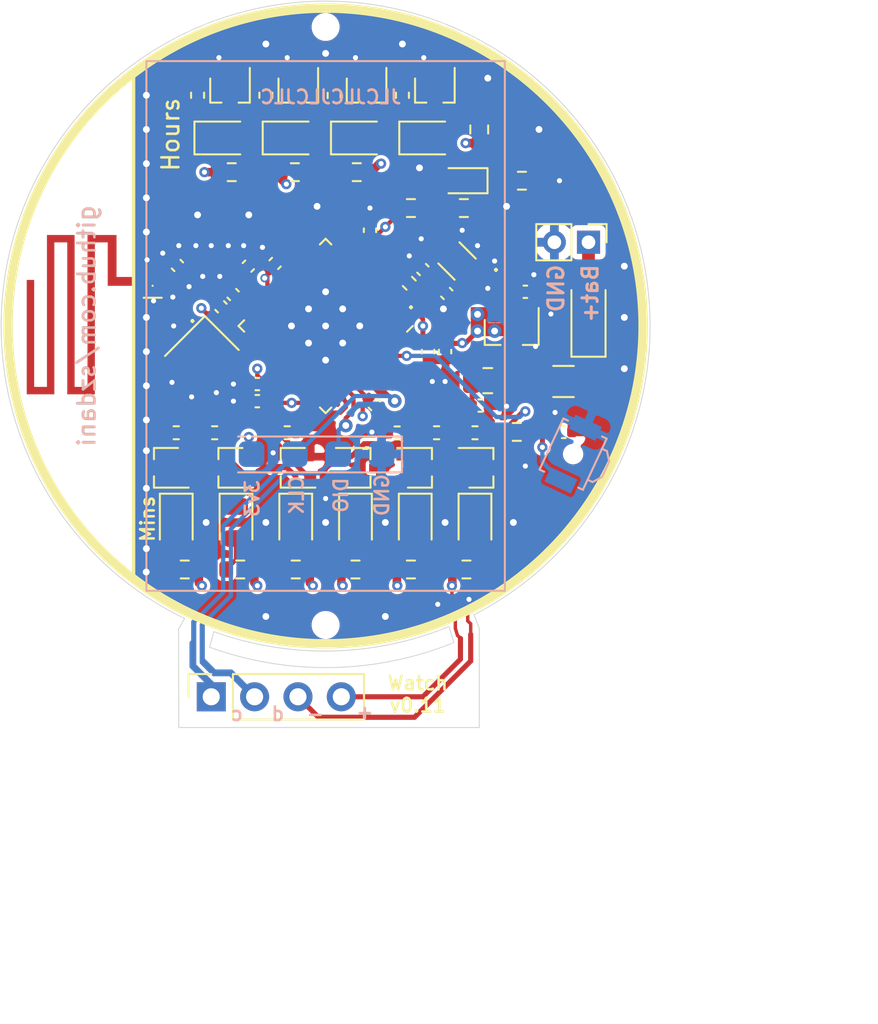
<source format=kicad_pcb>
(kicad_pcb (version 20171130) (host pcbnew 5.1.8-db9833491~88~ubuntu18.04.1)
  (layers (0 F.Cu signal) (1 In1.Cu power) (2 In2.Cu power) (31 B.Cu signal) (34 B.Paste user) (35 F.Paste user) (36 B.SilkS user) (37 F.SilkS user) (38 B.Mask user) (39 F.Mask user) (44 Edge.Cuts user))
  (net 0 "")
  (net 1 GND)
  (net 2 VDD)
  (net 3 LF_OSC_IN)
  (net 4 LF_OSC_OUT)
  (net 5 "Net-(C7-Pad1)")
  (net 6 ANTENNA)
  (net 7 "Net-(C12-Pad1)")
  (net 8 LED_H_8)
  (net 9 "Net-(D1-Pad1)")
  (net 10 LED_M_32)
  (net 11 LED_H_4)
  (net 12 "Net-(D3-Pad1)")
  (net 13 LED_M_16)
  (net 14 LED_H_2)
  (net 15 "Net-(D5-Pad1)")
  (net 16 LED_M_8)
  (net 17 LED_H_1)
  (net 18 "Net-(D7-Pad1)")
  (net 19 LED_M_4)
  (net 20 LED_M_2)
  (net 21 LED_NOTIF)
  (net 22 "Net-(D10-Pad1)")
  (net 23 LED_M_1)
  (net 24 "Net-(F1-Pad2)")
  (net 25 SWDIO)
  (net 26 SWCLK)
  (net 27 BOOT0)
  (net 28 +BATT)
  (net 29 "Net-(R1-Pad2)")
  (net 30 "Net-(U1-Pad30)")
  (net 31 "Net-(U1-Pad29)")
  (net 32 "Net-(U1-Pad28)")
  (net 33 "Net-(U1-Pad27)")
  (net 34 "Net-(U1-Pad26)")
  (net 35 RF_OSC_IN)
  (net 36 RF_OSC_OUT)
  (net 37 "Net-(U1-Pad19)")
  (net 38 "Net-(U1-Pad18)")
  (net 39 "Net-(U1-Pad17)")
  (net 40 "Net-(U1-Pad6)")
  (net 41 "Net-(AE1-Pad1)")
  (net 42 "Net-(U1-Pad5)")
  (net 43 "Net-(U1-Pad9)")
  (net 44 "Net-(U1-Pad16)")
  (net 45 "Net-(U1-Pad15)")
  (net 46 "Net-(U1-Pad47)")
  (net 47 "Net-(U1-Pad45)")
  (net 48 "Net-(D2-Pad2)")
  (net 49 "Net-(D2-Pad1)")
  (net 50 "Net-(D4-Pad2)")
  (net 51 "Net-(D4-Pad1)")
  (net 52 "Net-(D6-Pad2)")
  (net 53 "Net-(D6-Pad1)")
  (net 54 "Net-(D8-Pad2)")
  (net 55 "Net-(D8-Pad1)")
  (net 56 "Net-(D9-Pad2)")
  (net 57 "Net-(D9-Pad1)")
  (net 58 "Net-(Q2-Pad1)")
  (net 59 "Net-(Q3-Pad1)")
  (net 60 "Net-(Q4-Pad1)")
  (net 61 "Net-(Q5-Pad1)")
  (net 62 "Net-(Q6-Pad1)")
  (net 63 "Net-(D11-Pad2)")
  (net 64 "Net-(D11-Pad1)")
  (net 65 "Net-(Q7-Pad1)")
  (net 66 "Net-(D1-Pad2)")
  (net 67 "Net-(D3-Pad2)")
  (net 68 "Net-(D5-Pad2)")
  (net 69 "Net-(D7-Pad2)")
  (net 70 "Net-(Q8-Pad1)")
  (net 71 "Net-(Q9-Pad1)")
  (net 72 "Net-(Q10-Pad1)")
  (net 73 "Net-(Q11-Pad1)")
  (net 74 "Net-(C15-Pad1)")
  (net 75 BUTTON)
  (net 76 "Net-(C5-Pad1)")
  (net 77 "Net-(D12-Pad1)")
  (module Diode_SMD:D_SOD-123 (layer F.Cu) (at 45.9 30.05 90)
    (fp_text reference D12)
    (fp_text value B5819W)
    (pad 2 smd rect (at 1.65 0 90) (size 0.9 1.2) (layers F.Cu F.Paste F.Mask) (net 28 +BATT))
    (pad 1 smd rect (at -1.65 0 90) (size 0.9 1.2) (layers F.Cu F.Paste F.Mask) (net 77 "Net-(D12-Pad1)"))
  )
  (module custom:SLFL18 (layer F.Cu) (at 20.72 27.9 270)
    (fp_text reference U3)
    (fp_text value SLFL18-2R450G-02TF)
    (pad 2 smd rect (at 0 -0.06 270) (size 0.22 0.4) (layers F.Cu F.Paste F.Mask) (net 7 "Net-(C12-Pad1)"))
    (pad 1 smd rect (at -0.57 -0.05 270) (size 0.35 0.35) (layers F.Cu F.Paste F.Mask) (net 1 GND))
    (pad 3 smd rect (at 0.56 -0.05 270) (size 0.35 0.35) (layers F.Cu F.Paste F.Mask) (net 1 GND))
    (pad 4 smd rect (at 0.56 0.73 270) (size 0.35 0.35) (layers F.Cu F.Paste F.Mask) (net 1 GND))
    (pad 5 smd rect (at 0 0.74 270) (size 0.22 0.4) (layers F.Cu F.Paste F.Mask) (net 41 "Net-(AE1-Pad1)"))
    (pad 6 smd rect (at -0.57 0.73 270) (size 0.35 0.35) (layers F.Cu F.Paste F.Mask) (net 1 GND))
  )
  (module Connector_PinSocket_2.54mm:PinSocket_1x04_P2.54mm_Vertical (layer F.Cu) (at 23.8 52.2 90)
    (fp_text reference J3)
    (fp_text value Conn_01x04_Female)
    (pad 4 thru_hole oval (at 0 7.62 90) (size 1.7 1.7) (drill 1) (layers *.Cu *.Mask) (net 2 VDD))
    (pad 3 thru_hole oval (at 0 5.08 90) (size 1.7 1.7) (drill 1) (layers *.Cu *.Mask) (net 1 GND) (clearance 0.1))
    (pad 2 thru_hole oval (at 0 2.54 90) (size 1.7 1.7) (drill 1) (layers *.Cu *.Mask) (net 25 SWDIO))
    (pad 1 thru_hole rect (at 0 0 90) (size 1.7 1.7) (drill 1) (layers *.Cu *.Mask) (net 26 SWCLK))
  )
  (module Package_TO_SOT_SMD:SOT-323_SC-70 (layer F.Cu) (at 39.6 38.8)
    (fp_text reference Q11)
    (fp_text value VBK162K)
    (pad 3 smd rect (at 1 0 270) (size 0.45 0.7) (layers F.Cu F.Paste F.Mask) (net 64 "Net-(D11-Pad1)"))
    (pad 2 smd rect (at -1 0.65 270) (size 0.45 0.7) (layers F.Cu F.Paste F.Mask) (net 1 GND))
    (pad 1 smd rect (at -1 -0.65 270) (size 0.45 0.7) (layers F.Cu F.Paste F.Mask) (net 73 "Net-(Q11-Pad1)"))
  )
  (module Package_TO_SOT_SMD:SOT-323_SC-70 (layer F.Cu) (at 36.9 16.7 270)
    (fp_text reference Q10)
    (fp_text value VBK162K)
    (pad 3 smd rect (at 1 0 180) (size 0.45 0.7) (layers F.Cu F.Paste F.Mask) (net 15 "Net-(D5-Pad1)"))
    (pad 2 smd rect (at -1 0.65 180) (size 0.45 0.7) (layers F.Cu F.Paste F.Mask) (net 1 GND))
    (pad 1 smd rect (at -1 -0.65 180) (size 0.45 0.7) (layers F.Cu F.Paste F.Mask) (net 72 "Net-(Q10-Pad1)"))
  )
  (module Package_TO_SOT_SMD:SOT-323_SC-70 (layer F.Cu) (at 28.6 38.8 180)
    (fp_text reference Q9)
    (fp_text value VBK162K)
    (pad 3 smd rect (at 1 0 90) (size 0.45 0.7) (layers F.Cu F.Paste F.Mask) (net 57 "Net-(D9-Pad1)"))
    (pad 2 smd rect (at -1 0.65 90) (size 0.45 0.7) (layers F.Cu F.Paste F.Mask) (net 1 GND))
    (pad 1 smd rect (at -1 -0.65 90) (size 0.45 0.7) (layers F.Cu F.Paste F.Mask) (net 71 "Net-(Q9-Pad1)"))
  )
  (module Package_TO_SOT_SMD:SOT-323_SC-70 (layer F.Cu) (at 28.9 16.7 270)
    (fp_text reference Q8)
    (fp_text value VBK162K)
    (pad 3 smd rect (at 1 0 180) (size 0.45 0.7) (layers F.Cu F.Paste F.Mask) (net 18 "Net-(D7-Pad1)"))
    (pad 2 smd rect (at -1 0.65 180) (size 0.45 0.7) (layers F.Cu F.Paste F.Mask) (net 1 GND))
    (pad 1 smd rect (at -1 -0.65 180) (size 0.45 0.7) (layers F.Cu F.Paste F.Mask) (net 70 "Net-(Q8-Pad1)"))
  )
  (module Package_TO_SOT_SMD:SOT-323_SC-70 (layer F.Cu) (at 36 38.8)
    (fp_text reference Q7)
    (fp_text value VBK162K)
    (pad 3 smd rect (at 1 0 270) (size 0.45 0.7) (layers F.Cu F.Paste F.Mask) (net 55 "Net-(D8-Pad1)"))
    (pad 2 smd rect (at -1 0.65 270) (size 0.45 0.7) (layers F.Cu F.Paste F.Mask) (net 1 GND))
    (pad 1 smd rect (at -1 -0.65 270) (size 0.45 0.7) (layers F.Cu F.Paste F.Mask) (net 65 "Net-(Q7-Pad1)"))
  )
  (module Package_TO_SOT_SMD:SOT-323_SC-70 (layer F.Cu) (at 24.95 38.8 180)
    (fp_text reference Q6)
    (fp_text value VBK162K)
    (pad 3 smd rect (at 1 0 90) (size 0.45 0.7) (layers F.Cu F.Paste F.Mask) (net 53 "Net-(D6-Pad1)"))
    (pad 2 smd rect (at -1 0.65 90) (size 0.45 0.7) (layers F.Cu F.Paste F.Mask) (net 1 GND))
    (pad 1 smd rect (at -1 -0.65 90) (size 0.45 0.7) (layers F.Cu F.Paste F.Mask) (net 62 "Net-(Q6-Pad1)"))
  )
  (module Package_TO_SOT_SMD:SOT-323_SC-70 (layer F.Cu) (at 32.9 16.7 270)
    (fp_text reference Q5)
    (fp_text value VBK162K)
    (pad 3 smd rect (at 1 0 180) (size 0.45 0.7) (layers F.Cu F.Paste F.Mask) (net 12 "Net-(D3-Pad1)"))
    (pad 2 smd rect (at -1 0.65 180) (size 0.45 0.7) (layers F.Cu F.Paste F.Mask) (net 1 GND))
    (pad 1 smd rect (at -1 -0.65 180) (size 0.45 0.7) (layers F.Cu F.Paste F.Mask) (net 61 "Net-(Q5-Pad1)"))
  )
  (module Package_TO_SOT_SMD:SOT-323_SC-70 (layer F.Cu) (at 24.9 16.7 270)
    (fp_text reference Q4)
    (fp_text value VBK162K)
    (pad 3 smd rect (at 1 0 180) (size 0.45 0.7) (layers F.Cu F.Paste F.Mask) (net 9 "Net-(D1-Pad1)"))
    (pad 2 smd rect (at -1 0.65 180) (size 0.45 0.7) (layers F.Cu F.Paste F.Mask) (net 1 GND))
    (pad 1 smd rect (at -1 -0.65 180) (size 0.45 0.7) (layers F.Cu F.Paste F.Mask) (net 60 "Net-(Q4-Pad1)"))
  )
  (module Package_TO_SOT_SMD:SOT-323_SC-70 (layer F.Cu) (at 32.4 38.8)
    (fp_text reference Q3)
    (fp_text value VBK162K)
    (pad 3 smd rect (at 1 0 270) (size 0.45 0.7) (layers F.Cu F.Paste F.Mask) (net 51 "Net-(D4-Pad1)"))
    (pad 2 smd rect (at -1 0.65 270) (size 0.45 0.7) (layers F.Cu F.Paste F.Mask) (net 1 GND))
    (pad 1 smd rect (at -1 -0.65 270) (size 0.45 0.7) (layers F.Cu F.Paste F.Mask) (net 59 "Net-(Q3-Pad1)"))
  )
  (module Package_TO_SOT_SMD:SOT-323_SC-70 (layer F.Cu) (at 21.175 38.8 180)
    (fp_text reference Q2)
    (fp_text value VBK162K)
    (pad 3 smd rect (at 1 0 90) (size 0.45 0.7) (layers F.Cu F.Paste F.Mask) (net 49 "Net-(D2-Pad1)"))
    (pad 2 smd rect (at -1 0.65 90) (size 0.45 0.7) (layers F.Cu F.Paste F.Mask) (net 1 GND))
    (pad 1 smd rect (at -1 -0.65 90) (size 0.45 0.7) (layers F.Cu F.Paste F.Mask) (net 58 "Net-(Q2-Pad1)"))
  )
  (module custom:Connector_PCB (layer B.Cu) (at 29.97 39.27)
    (fp_text reference J1)
    (fp_text value Conn_01x04_Female)
    (pad 4 smd roundrect (at 3.81 -1.27) (size 1.5 1.5) (layers B.Cu B.Paste B.Mask) (net 1 GND))
    (pad 3 smd roundrect (at 1.27 -1.27) (size 1.5 1.5) (layers B.Cu B.Paste B.Mask) (net 25 SWDIO))
    (pad 2 smd roundrect (at -1.27 -1.27) (size 1.5 1.5) (layers B.Cu B.Paste B.Mask) (net 26 SWCLK))
    (pad 1 smd roundrect (at -3.81 -1.27) (size 1.5 1.5) (layers B.Cu B.Paste B.Mask) (net 2 VDD))
  )
  (module Resistor_SMD:R_0402_1005Metric (layer F.Cu) (at 35.4 28 315)
    (fp_text reference R25)
    (fp_text value 5.1k)
    (pad 2 smd roundrect (at 0.51 0 315) (size 0.54 0.64) (layers F.Cu F.Paste F.Mask) (net 76 "Net-(C5-Pad1)"))
    (pad 1 smd roundrect (at -0.51 0 315) (size 0.54 0.64) (layers F.Cu F.Paste F.Mask) (net 4 LF_OSC_OUT))
  )
  (module Resistor_SMD:R_0603_1608Metric (layer F.Cu) (at 41.7 36.7 180)
    (fp_text reference R24)
    (fp_text value 10K)
    (pad 2 smd roundrect (at 0.825 0 180) (size 0.8 0.95) (layers F.Cu F.Paste F.Mask) (net 75 BUTTON))
    (pad 1 smd roundrect (at -0.825 0 180) (size 0.8 0.95) (layers F.Cu F.Paste F.Mask) (net 74 "Net-(C15-Pad1)"))
  )
  (module Resistor_SMD:R_0402_1005Metric (layer F.Cu) (at 34.69 36.76)
    (fp_text reference R6)
    (fp_text value 160)
    (pad 2 smd roundrect (at 0.51 0) (size 0.54 0.64) (layers F.Cu F.Paste F.Mask) (net 19 LED_M_4))
    (pad 1 smd roundrect (at -0.51 0) (size 0.54 0.64) (layers F.Cu F.Paste F.Mask) (net 59 "Net-(Q3-Pad1)"))
  )
  (module custom:SMD_Tooling_Hole (layer F.Cu) (at 30.5 13.3)
    (fp_text reference H2)
    (fp_text value SMD2)
    (pad "" np_thru_hole circle (at 0 -0.3) (size 1.152 1.152) (drill 1.152) (layers *.Cu *.Mask) (clearance 0.248))
  )
  (module custom:SMD_Tooling_Hole (layer F.Cu) (at 30.5 47.8)
    (fp_text reference H1)
    (fp_text value SMD_1)
    (pad "" np_thru_hole circle (at 0 0.2) (size 1.152 1.152) (drill 1.152) (layers *.Cu *.Mask) (clearance 0.248))
  )
  (module Capacitor_SMD:C_0402_1005Metric (layer F.Cu) (at 27.54 26.84 45)
    (fp_text reference C16)
    (fp_text value 100nF)
    (pad 2 smd roundrect (at 0.48 0 45) (size 0.56 0.62) (layers F.Cu F.Paste F.Mask) (net 1 GND))
    (pad 1 smd roundrect (at -0.48 0 45) (size 0.56 0.62) (layers F.Cu F.Paste F.Mask) (net 2 VDD))
  )
  (module Button_Switch_SMD:SW_SPST_B3U-3000P-B (layer B.Cu) (at 45 38 65)
    (fp_text reference SW1)
    (fp_text value "Omron Electronics B3U-3000PM-B ")
    (pad 1 smd rect (at -1.7 0 65) (size 0.9 1.7) (layers B.Cu B.Paste B.Mask) (net 74 "Net-(C15-Pad1)"))
    (pad 2 smd rect (at 1.7 0 65) (size 0.9 1.7) (layers B.Cu B.Paste B.Mask) (net 1 GND))
    (pad "" np_thru_hole circle (at 0 0 65) (size 0.8 0.8) (drill 0.8) (layers *.Cu *.Mask))
  )
  (module Capacitor_SMD:C_0402_1005Metric (layer F.Cu) (at 44.45 36.7)
    (fp_text reference C15)
    (fp_text value 100nF)
    (pad 2 smd roundrect (at 0.48 0) (size 0.56 0.62) (layers F.Cu F.Paste F.Mask) (net 1 GND))
    (pad 1 smd roundrect (at -0.48 0) (size 0.56 0.62) (layers F.Cu F.Paste F.Mask) (net 74 "Net-(C15-Pad1)"))
  )
  (module Resistor_SMD:R_0603_1608Metric (layer F.Cu) (at 28.7 21.5)
    (fp_text reference R23)
    (fp_text value "20 Ohm")
    (pad 1 smd roundrect (at -0.825 0) (size 0.8 0.95) (layers F.Cu F.Paste F.Mask) (net 2 VDD))
    (pad 2 smd roundrect (at 0.825 0) (size 0.8 0.95) (layers F.Cu F.Paste F.Mask) (net 69 "Net-(D7-Pad2)"))
  )
  (module Resistor_SMD:R_0603_1608Metric (layer F.Cu) (at 39.5 19 90)
    (fp_text reference R22)
    (fp_text value "20 Ohm")
    (pad 2 smd roundrect (at 0.825 0 90) (size 0.8 0.95) (layers F.Cu F.Paste F.Mask) (net 68 "Net-(D5-Pad2)"))
    (pad 1 smd roundrect (at -0.825 0 90) (size 0.8 0.95) (layers F.Cu F.Paste F.Mask) (net 2 VDD))
  )
  (module Resistor_SMD:R_0402_1005Metric (layer F.Cu) (at 27 17 270)
    (fp_text reference R21)
    (fp_text value 160)
    (pad 2 smd roundrect (at 0.51 0 270) (size 0.54 0.64) (layers F.Cu F.Paste F.Mask) (net 11 LED_H_4))
    (pad 1 smd roundrect (at -0.51 0 270) (size 0.54 0.64) (layers F.Cu F.Paste F.Mask) (net 70 "Net-(Q8-Pad1)"))
  )
  (module Resistor_SMD:R_0402_1005Metric (layer F.Cu) (at 35 17 270)
    (fp_text reference R20)
    (fp_text value 160)
    (pad 2 smd roundrect (at 0.51 0 270) (size 0.54 0.64) (layers F.Cu F.Paste F.Mask) (net 17 LED_H_1))
    (pad 1 smd roundrect (at -0.51 0 270) (size 0.54 0.64) (layers F.Cu F.Paste F.Mask) (net 72 "Net-(Q10-Pad1)"))
  )
  (module Resistor_SMD:R_0603_1608Metric (layer F.Cu) (at 32.325 21.5 180)
    (fp_text reference R9)
    (fp_text value "20 Ohm")
    (pad 2 smd roundrect (at 0.825 0 180) (size 0.8 0.95) (layers F.Cu F.Paste F.Mask) (net 67 "Net-(D3-Pad2)"))
    (pad 1 smd roundrect (at -0.825 0 180) (size 0.8 0.95) (layers F.Cu F.Paste F.Mask) (net 2 VDD))
  )
  (module Resistor_SMD:R_0603_1608Metric (layer F.Cu) (at 25 21.5)
    (fp_text reference R7)
    (fp_text value "20 Ohm")
    (pad 2 smd roundrect (at 0.825 0) (size 0.8 0.95) (layers F.Cu F.Paste F.Mask) (net 66 "Net-(D1-Pad2)"))
    (pad 1 smd roundrect (at -0.825 0) (size 0.8 0.95) (layers F.Cu F.Paste F.Mask) (net 2 VDD))
  )
  (module Resistor_SMD:R_0402_1005Metric (layer F.Cu) (at 31 17.01 270)
    (fp_text reference R5)
    (fp_text value 160)
    (pad 2 smd roundrect (at 0.51 0 270) (size 0.54 0.64) (layers F.Cu F.Paste F.Mask) (net 14 LED_H_2))
    (pad 1 smd roundrect (at -0.51 0 270) (size 0.54 0.64) (layers F.Cu F.Paste F.Mask) (net 61 "Net-(Q5-Pad1)"))
  )
  (module Resistor_SMD:R_0402_1005Metric (layer F.Cu) (at 23 17 270)
    (fp_text reference R3)
    (fp_text value 160)
    (pad 2 smd roundrect (at 0.51 0 270) (size 0.54 0.64) (layers F.Cu F.Paste F.Mask) (net 8 LED_H_8))
    (pad 1 smd roundrect (at -0.51 0 270) (size 0.54 0.64) (layers F.Cu F.Paste F.Mask) (net 60 "Net-(Q4-Pad1)"))
  )
  (module LED_SMD:LED_0805_2012Metric (layer F.Cu) (at 28.5 19.5)
    (fp_text reference D7)
    (fp_text value LED_Blue)
    (pad 2 smd roundrect (at 0.9375 0) (size 0.975 1.4) (layers F.Cu F.Paste F.Mask) (net 69 "Net-(D7-Pad2)"))
    (pad 1 smd roundrect (at -0.9375 0) (size 0.975 1.4) (layers F.Cu F.Paste F.Mask) (net 18 "Net-(D7-Pad1)"))
  )
  (module LED_SMD:LED_0805_2012Metric (layer F.Cu) (at 36.5 19.5)
    (fp_text reference D5)
    (fp_text value LED_Blue)
    (pad 2 smd roundrect (at 0.9375 0) (size 0.975 1.4) (layers F.Cu F.Paste F.Mask) (net 68 "Net-(D5-Pad2)"))
    (pad 1 smd roundrect (at -0.9375 0) (size 0.975 1.4) (layers F.Cu F.Paste F.Mask) (net 15 "Net-(D5-Pad1)"))
  )
  (module LED_SMD:LED_0805_2012Metric (layer F.Cu) (at 32.5 19.5)
    (fp_text reference D3)
    (fp_text value LED_Blue)
    (pad 2 smd roundrect (at 0.9375 0) (size 0.975 1.4) (layers F.Cu F.Paste F.Mask) (net 67 "Net-(D3-Pad2)"))
    (pad 1 smd roundrect (at -0.9375 0) (size 0.975 1.4) (layers F.Cu F.Paste F.Mask) (net 12 "Net-(D3-Pad1)"))
  )
  (module LED_SMD:LED_0805_2012Metric (layer F.Cu) (at 24.5 19.5)
    (fp_text reference D1)
    (fp_text value LED_Blue)
    (pad 2 smd roundrect (at 0.9375 0) (size 0.975 1.4) (layers F.Cu F.Paste F.Mask) (net 66 "Net-(D1-Pad2)"))
    (pad 1 smd roundrect (at -0.9375 0) (size 0.975 1.4) (layers F.Cu F.Paste F.Mask) (net 9 "Net-(D1-Pad1)"))
  )
  (module Resistor_SMD:R_0603_1608Metric (layer F.Cu) (at 38.75 44.75)
    (fp_text reference R19)
    (fp_text value "20 Ohm")
    (pad 2 smd roundrect (at 0.825 0) (size 0.8 0.95) (layers F.Cu F.Paste F.Mask) (net 63 "Net-(D11-Pad2)"))
    (pad 1 smd roundrect (at -0.825 0) (size 0.8 0.95) (layers F.Cu F.Paste F.Mask) (net 2 VDD))
  )
  (module Resistor_SMD:R_0603_1608Metric (layer F.Cu) (at 28.75 44.75 180)
    (fp_text reference R18)
    (fp_text value "20 Ohm")
    (pad 2 smd roundrect (at 0.825 0 180) (size 0.8 0.95) (layers F.Cu F.Paste F.Mask) (net 56 "Net-(D9-Pad2)"))
    (pad 1 smd roundrect (at -0.825 0 180) (size 0.8 0.95) (layers F.Cu F.Paste F.Mask) (net 2 VDD))
  )
  (module Resistor_SMD:R_0402_1005Metric (layer F.Cu) (at 39.25 36.75 180)
    (fp_text reference R17)
    (fp_text value 160)
    (pad 2 smd roundrect (at 0.51 0 180) (size 0.54 0.64) (layers F.Cu F.Paste F.Mask) (net 23 LED_M_1))
    (pad 1 smd roundrect (at -0.51 0 180) (size 0.54 0.64) (layers F.Cu F.Paste F.Mask) (net 73 "Net-(Q11-Pad1)"))
  )
  (module Resistor_SMD:R_0402_1005Metric (layer F.Cu) (at 28.25 36.75)
    (fp_text reference R16)
    (fp_text value 160)
    (pad 2 smd roundrect (at 0.51 0) (size 0.54 0.64) (layers F.Cu F.Paste F.Mask) (net 16 LED_M_8))
    (pad 1 smd roundrect (at -0.51 0) (size 0.54 0.64) (layers F.Cu F.Paste F.Mask) (net 71 "Net-(Q9-Pad1)"))
  )
  (module Resistor_SMD:R_0603_1608Metric (layer F.Cu) (at 35.5 44.75)
    (fp_text reference R15)
    (fp_text value "20 Ohm")
    (pad 2 smd roundrect (at 0.825 0) (size 0.8 0.95) (layers F.Cu F.Paste F.Mask) (net 54 "Net-(D8-Pad2)"))
    (pad 1 smd roundrect (at -0.825 0) (size 0.8 0.95) (layers F.Cu F.Paste F.Mask) (net 2 VDD))
  )
  (module Resistor_SMD:R_0603_1608Metric (layer F.Cu) (at 25.5 44.75 180)
    (fp_text reference R14)
    (fp_text value "20 Ohm")
    (pad 2 smd roundrect (at 0.825 0 180) (size 0.8 0.95) (layers F.Cu F.Paste F.Mask) (net 52 "Net-(D6-Pad2)"))
    (pad 1 smd roundrect (at -0.825 0 180) (size 0.8 0.95) (layers F.Cu F.Paste F.Mask) (net 2 VDD))
  )
  (module Resistor_SMD:R_0402_1005Metric (layer F.Cu) (at 37 36.75 180)
    (fp_text reference R13)
    (fp_text value 160)
    (pad 2 smd roundrect (at 0.51 0 180) (size 0.54 0.64) (layers F.Cu F.Paste F.Mask) (net 20 LED_M_2))
    (pad 1 smd roundrect (at -0.51 0 180) (size 0.54 0.64) (layers F.Cu F.Paste F.Mask) (net 65 "Net-(Q7-Pad1)"))
  )
  (module Resistor_SMD:R_0402_1005Metric (layer F.Cu) (at 24 36.75)
    (fp_text reference R11)
    (fp_text value 160)
    (pad 2 smd roundrect (at 0.51 0) (size 0.54 0.64) (layers F.Cu F.Paste F.Mask) (net 13 LED_M_16))
    (pad 1 smd roundrect (at -0.51 0) (size 0.54 0.64) (layers F.Cu F.Paste F.Mask) (net 62 "Net-(Q6-Pad1)"))
  )
  (module Resistor_SMD:R_0603_1608Metric (layer F.Cu) (at 32.25 44.75)
    (fp_text reference R10)
    (fp_text value "20 Ohm")
    (pad 2 smd roundrect (at 0.825 0) (size 0.8 0.95) (layers F.Cu F.Paste F.Mask) (net 50 "Net-(D4-Pad2)"))
    (pad 1 smd roundrect (at -0.825 0) (size 0.8 0.95) (layers F.Cu F.Paste F.Mask) (net 2 VDD))
  )
  (module Resistor_SMD:R_0603_1608Metric (layer F.Cu) (at 22.25 44.75 180)
    (fp_text reference R8)
    (fp_text value "20 Ohm")
    (pad 2 smd roundrect (at 0.825 0 180) (size 0.8 0.95) (layers F.Cu F.Paste F.Mask) (net 48 "Net-(D2-Pad2)"))
    (pad 1 smd roundrect (at -0.825 0 180) (size 0.8 0.95) (layers F.Cu F.Paste F.Mask) (net 2 VDD))
  )
  (module Resistor_SMD:R_0402_1005Metric (layer F.Cu) (at 21.75 36.75)
    (fp_text reference R4)
    (fp_text value 160)
    (pad 2 smd roundrect (at 0.51 0) (size 0.54 0.64) (layers F.Cu F.Paste F.Mask) (net 10 LED_M_32))
    (pad 1 smd roundrect (at -0.51 0) (size 0.54 0.64) (layers F.Cu F.Paste F.Mask) (net 58 "Net-(Q2-Pad1)"))
  )
  (module LED_SMD:LED_0805_2012Metric (layer F.Cu) (at 39.25 42 270)
    (fp_text reference D11)
    (fp_text value LED_Blue)
    (pad 2 smd roundrect (at 0.9375 0 270) (size 0.975 1.4) (layers F.Cu F.Paste F.Mask) (net 63 "Net-(D11-Pad2)"))
    (pad 1 smd roundrect (at -0.9375 0 270) (size 0.975 1.4) (layers F.Cu F.Paste F.Mask) (net 64 "Net-(D11-Pad1)"))
  )
  (module LED_SMD:LED_0805_2012Metric (layer F.Cu) (at 28.75 42 270)
    (fp_text reference D9)
    (fp_text value LED_Blue)
    (pad 2 smd roundrect (at 0.9375 0 270) (size 0.975 1.4) (layers F.Cu F.Paste F.Mask) (net 56 "Net-(D9-Pad2)"))
    (pad 1 smd roundrect (at -0.9375 0 270) (size 0.975 1.4) (layers F.Cu F.Paste F.Mask) (net 57 "Net-(D9-Pad1)"))
  )
  (module LED_SMD:LED_0805_2012Metric (layer F.Cu) (at 35.75 42 270)
    (fp_text reference D8)
    (fp_text value LED_Blue)
    (pad 2 smd roundrect (at 0.9375 0 270) (size 0.975 1.4) (layers F.Cu F.Paste F.Mask) (net 54 "Net-(D8-Pad2)"))
    (pad 1 smd roundrect (at -0.9375 0 270) (size 0.975 1.4) (layers F.Cu F.Paste F.Mask) (net 55 "Net-(D8-Pad1)"))
  )
  (module LED_SMD:LED_0805_2012Metric (layer F.Cu) (at 25.25 42 270)
    (fp_text reference D6)
    (fp_text value LED_Blue)
    (pad 2 smd roundrect (at 0.9375 0 270) (size 0.975 1.4) (layers F.Cu F.Paste F.Mask) (net 52 "Net-(D6-Pad2)"))
    (pad 1 smd roundrect (at -0.9375 0 270) (size 0.975 1.4) (layers F.Cu F.Paste F.Mask) (net 53 "Net-(D6-Pad1)"))
  )
  (module LED_SMD:LED_0805_2012Metric (layer F.Cu) (at 32.25 42 270)
    (fp_text reference D4)
    (fp_text value LED_Blue)
    (pad 2 smd roundrect (at 0.9375 0 270) (size 0.975 1.4) (layers F.Cu F.Paste F.Mask) (net 50 "Net-(D4-Pad2)"))
    (pad 1 smd roundrect (at -0.9375 0 270) (size 0.975 1.4) (layers F.Cu F.Paste F.Mask) (net 51 "Net-(D4-Pad1)"))
  )
  (module LED_SMD:LED_0805_2012Metric (layer F.Cu) (at 21.75 42 270)
    (fp_text reference D2)
    (fp_text value LED_Blue)
    (pad 2 smd roundrect (at 0.9375 0 270) (size 0.975 1.4) (layers F.Cu F.Paste F.Mask) (net 48 "Net-(D2-Pad2)"))
    (pad 1 smd roundrect (at -0.9375 0 270) (size 0.975 1.4) (layers F.Cu F.Paste F.Mask) (net 49 "Net-(D2-Pad1)"))
  )
  (module Crystal:Crystal_SMD_2520-4Pin_2.5x2.0mm (layer F.Cu) (at 23.25 32.08 225)
    (fp_text reference Y2)
    (fp_text value 32MHz)
    (pad 4 smd rect (at -0.875 -0.7 225) (size 1.15 1) (layers F.Cu F.Paste F.Mask) (net 1 GND))
    (pad 3 smd rect (at 0.875 -0.7 225) (size 1.15 1) (layers F.Cu F.Paste F.Mask) (net 35 RF_OSC_IN))
    (pad 2 smd rect (at 0.875 0.7 225) (size 1.15 1) (layers F.Cu F.Paste F.Mask) (net 1 GND))
    (pad 1 smd rect (at -0.875 0.7 225) (size 1.15 1) (layers F.Cu F.Paste F.Mask) (net 36 RF_OSC_OUT))
  )
  (module Crystal:Crystal_SMD_3215-2Pin_3.2x1.5mm (layer F.Cu) (at 38.2 26.7 315)
    (fp_text reference Y1)
    (fp_text value 32.768KHZ)
    (pad 2 smd rect (at -1.25 0 315) (size 1 1.8) (layers F.Cu F.Paste F.Mask) (net 76 "Net-(C5-Pad1)"))
    (pad 1 smd rect (at 1.25 0 315) (size 1 1.8) (layers F.Cu F.Paste F.Mask) (net 3 LF_OSC_IN))
  )
  (module Package_TO_SOT_SMD:SOT-23 (layer F.Cu) (at 41.4 30.85 270)
    (fp_text reference U2)
    (fp_text value XC6206PxxxMR)
    (pad 3 smd rect (at 1 0 270) (size 0.9 0.8) (layers F.Cu F.Paste F.Mask) (net 5 "Net-(C7-Pad1)"))
    (pad 2 smd rect (at -1 0.95 270) (size 0.9 0.8) (layers F.Cu F.Paste F.Mask) (net 2 VDD))
    (pad 1 smd rect (at -1 -0.95 270) (size 0.9 0.8) (layers F.Cu F.Paste F.Mask) (net 1 GND))
  )
  (module Package_DFN_QFN:QFN-48-1EP_7x7mm_P0.5mm_EP5.6x5.6mm (layer F.Cu) (at 30.5 30.5 225)
    (fp_text reference U1)
    (fp_text value STM32WB30CEU5A)
    (pad 49 smd rect (at 0 0 225) (size 5.6 5.6) (layers F.Cu F.Mask))
    (pad 48 smd roundrect (at -2.75 -3.4375 225) (size 0.25 0.875) (layers F.Cu F.Paste F.Mask) (net 2 VDD))
    (pad 47 smd roundrect (at -2.25 -3.4375 225) (size 0.25 0.875) (layers F.Cu F.Paste F.Mask) (net 46 "Net-(U1-Pad47)"))
    (pad 46 smd roundrect (at -1.75 -3.4375 225) (size 0.25 0.875) (layers F.Cu F.Paste F.Mask) (net 75 BUTTON))
    (pad 45 smd roundrect (at -1.25 -3.4375 225) (size 0.25 0.875) (layers F.Cu F.Paste F.Mask) (net 47 "Net-(U1-Pad45)"))
    (pad 44 smd roundrect (at -0.75 -3.4375 225) (size 0.25 0.875) (layers F.Cu F.Paste F.Mask) (net 23 LED_M_1))
    (pad 43 smd roundrect (at -0.25 -3.4375 225) (size 0.25 0.875) (layers F.Cu F.Paste F.Mask) (net 20 LED_M_2))
    (pad 42 smd roundrect (at 0.25 -3.4375 225) (size 0.25 0.875) (layers F.Cu F.Paste F.Mask) (net 19 LED_M_4))
    (pad 41 smd roundrect (at 0.75 -3.4375 225) (size 0.25 0.875) (layers F.Cu F.Paste F.Mask) (net 26 SWCLK))
    (pad 40 smd roundrect (at 1.25 -3.4375 225) (size 0.25 0.875) (layers F.Cu F.Paste F.Mask) (net 2 VDD))
    (pad 39 smd roundrect (at 1.75 -3.4375 225) (size 0.25 0.875) (layers F.Cu F.Paste F.Mask) (net 25 SWDIO))
    (pad 38 smd roundrect (at 2.25 -3.4375 225) (size 0.25 0.875) (layers F.Cu F.Paste F.Mask) (net 16 LED_M_8))
    (pad 37 smd roundrect (at 2.75 -3.4375 225) (size 0.25 0.875) (layers F.Cu F.Paste F.Mask) (net 13 LED_M_16))
    (pad 36 smd roundrect (at 3.4375 -2.75 225) (size 0.875 0.25) (layers F.Cu F.Paste F.Mask) (net 10 LED_M_32))
    (pad 35 smd roundrect (at 3.4375 -2.25 225) (size 0.875 0.25) (layers F.Cu F.Paste F.Mask) (net 2 VDD))
    (pad 34 smd roundrect (at 3.4375 -1.75 225) (size 0.875 0.25) (layers F.Cu F.Paste F.Mask) (net 2 VDD))
    (pad 33 smd roundrect (at 3.4375 -1.25 225) (size 0.875 0.25) (layers F.Cu F.Paste F.Mask) (net 2 VDD))
    (pad 32 smd roundrect (at 3.4375 -0.75 225) (size 0.875 0.25) (layers F.Cu F.Paste F.Mask) (net 1 GND))
    (pad 31 smd roundrect (at 3.4375 -0.25 225) (size 0.875 0.25) (layers F.Cu F.Paste F.Mask) (net 2 VDD))
    (pad 30 smd roundrect (at 3.4375 0.25 225) (size 0.875 0.25) (layers F.Cu F.Paste F.Mask) (net 30 "Net-(U1-Pad30)"))
    (pad 29 smd roundrect (at 3.4375 0.75 225) (size 0.875 0.25) (layers F.Cu F.Paste F.Mask) (net 31 "Net-(U1-Pad29)"))
    (pad 28 smd roundrect (at 3.4375 1.25 225) (size 0.875 0.25) (layers F.Cu F.Paste F.Mask) (net 32 "Net-(U1-Pad28)"))
    (pad 27 smd roundrect (at 3.4375 1.75 225) (size 0.875 0.25) (layers F.Cu F.Paste F.Mask) (net 33 "Net-(U1-Pad27)"))
    (pad 26 smd roundrect (at 3.4375 2.25 225) (size 0.875 0.25) (layers F.Cu F.Paste F.Mask) (net 34 "Net-(U1-Pad26)"))
    (pad 25 smd roundrect (at 3.4375 2.75 225) (size 0.875 0.25) (layers F.Cu F.Paste F.Mask) (net 35 RF_OSC_IN))
    (pad 24 smd roundrect (at 2.75 3.4375 225) (size 0.25 0.875) (layers F.Cu F.Paste F.Mask) (net 36 RF_OSC_OUT))
    (pad 23 smd roundrect (at 2.25 3.4375 225) (size 0.25 0.875) (layers F.Cu F.Paste F.Mask) (net 2 VDD))
    (pad 22 smd roundrect (at 1.75 3.4375 225) (size 0.25 0.875) (layers F.Cu F.Paste F.Mask) (net 1 GND))
    (pad 21 smd roundrect (at 1.25 3.4375 225) (size 0.25 0.875) (layers F.Cu F.Paste F.Mask) (net 6 ANTENNA))
    (pad 20 smd roundrect (at 0.75 3.4375 225) (size 0.25 0.875) (layers F.Cu F.Paste F.Mask) (net 2 VDD))
    (pad 19 smd roundrect (at 0.25 3.4375 225) (size 0.25 0.875) (layers F.Cu F.Paste F.Mask) (net 37 "Net-(U1-Pad19)"))
    (pad 18 smd roundrect (at -0.25 3.4375 225) (size 0.25 0.875) (layers F.Cu F.Paste F.Mask) (net 38 "Net-(U1-Pad18)"))
    (pad 17 smd roundrect (at -0.75 3.4375 225) (size 0.25 0.875) (layers F.Cu F.Paste F.Mask) (net 39 "Net-(U1-Pad17)"))
    (pad 16 smd roundrect (at -1.25 3.4375 225) (size 0.25 0.875) (layers F.Cu F.Paste F.Mask) (net 44 "Net-(U1-Pad16)"))
    (pad 15 smd roundrect (at -1.75 3.4375 225) (size 0.25 0.875) (layers F.Cu F.Paste F.Mask) (net 45 "Net-(U1-Pad15)"))
    (pad 14 smd roundrect (at -2.25 3.4375 225) (size 0.25 0.875) (layers F.Cu F.Paste F.Mask) (net 8 LED_H_8))
    (pad 13 smd roundrect (at -2.75 3.4375 225) (size 0.25 0.875) (layers F.Cu F.Paste F.Mask) (net 11 LED_H_4))
    (pad 12 smd roundrect (at -3.4375 2.75 225) (size 0.875 0.25) (layers F.Cu F.Paste F.Mask) (net 14 LED_H_2))
    (pad 11 smd roundrect (at -3.4375 2.25 225) (size 0.875 0.25) (layers F.Cu F.Paste F.Mask) (net 17 LED_H_1))
    (pad 10 smd roundrect (at -3.4375 1.75 225) (size 0.875 0.25) (layers F.Cu F.Paste F.Mask) (net 21 LED_NOTIF))
    (pad 9 smd roundrect (at -3.4375 1.25 225) (size 0.875 0.25) (layers F.Cu F.Paste F.Mask) (net 43 "Net-(U1-Pad9)"))
    (pad 8 smd roundrect (at -3.4375 0.75 225) (size 0.875 0.25) (layers F.Cu F.Paste F.Mask) (net 2 VDD))
    (pad 7 smd roundrect (at -3.4375 0.25 225) (size 0.875 0.25) (layers F.Cu F.Paste F.Mask) (net 29 "Net-(R1-Pad2)"))
    (pad 6 smd roundrect (at -3.4375 -0.25 225) (size 0.875 0.25) (layers F.Cu F.Paste F.Mask) (net 40 "Net-(U1-Pad6)"))
    (pad 5 smd roundrect (at -3.4375 -0.75 225) (size 0.875 0.25) (layers F.Cu F.Paste F.Mask) (net 42 "Net-(U1-Pad5)"))
    (pad 4 smd roundrect (at -3.4375 -1.25 225) (size 0.875 0.25) (layers F.Cu F.Paste F.Mask) (net 27 BOOT0))
    (pad 3 smd roundrect (at -3.4375 -1.75 225) (size 0.875 0.25) (layers F.Cu F.Paste F.Mask) (net 4 LF_OSC_OUT))
    (pad 2 smd roundrect (at -3.4375 -2.25 225) (size 0.875 0.25) (layers F.Cu F.Paste F.Mask) (net 3 LF_OSC_IN))
    (pad 1 smd roundrect (at -3.4375 -2.75 225) (size 0.875 0.25) (layers F.Cu F.Paste F.Mask) (net 2 VDD))
  )
  (module Resistor_SMD:R_0603_1608Metric (layer F.Cu) (at 42 22)
    (fp_text reference R12)
    (fp_text value 2k2)
    (pad 2 smd roundrect (at 0.825 0) (size 0.8 0.95) (layers F.Cu F.Paste F.Mask) (net 1 GND))
    (pad 1 smd roundrect (at -0.825 0) (size 0.8 0.95) (layers F.Cu F.Paste F.Mask) (net 22 "Net-(D10-Pad1)"))
  )
  (module Resistor_SMD:R_0603_1608Metric (layer F.Cu) (at 38.6 23.6 180)
    (fp_text reference R2)
    (fp_text value 10K)
    (pad 2 smd roundrect (at 0.825 0 180) (size 0.8 0.95) (layers F.Cu F.Paste F.Mask) (net 27 BOOT0))
    (pad 1 smd roundrect (at -0.825 0 180) (size 0.8 0.95) (layers F.Cu F.Paste F.Mask) (net 1 GND))
  )
  (module Resistor_SMD:R_0603_1608Metric (layer F.Cu) (at 35.5 23.6)
    (fp_text reference R1)
    (fp_text value 100K)
    (pad 2 smd roundrect (at 0.825 0) (size 0.8 0.95) (layers F.Cu F.Paste F.Mask) (net 29 "Net-(R1-Pad2)"))
    (pad 1 smd roundrect (at -0.825 0) (size 0.8 0.95) (layers F.Cu F.Paste F.Mask) (net 2 VDD))
  )
  (module Inductor_SMD:L_0402_1005Metric (layer F.Cu) (at 23.83 26.68)
    (fp_text reference L1)
    (fp_text value 2.7nH)
    (pad 2 smd roundrect (at 0.485 0) (size 0.59 0.64) (layers F.Cu F.Paste F.Mask) (net 6 ANTENNA))
    (pad 1 smd roundrect (at -0.485 0) (size 0.59 0.64) (layers F.Cu F.Paste F.Mask) (net 7 "Net-(C12-Pad1)"))
  )
  (module Connector_PinHeader_2.00mm:PinHeader_1x02_P2.00mm_Vertical (layer F.Cu) (at 45.9 25.6 270)
    (fp_text reference J2)
    (fp_text value Batt)
    (pad 2 thru_hole oval (at 0 2 270) (size 1.35 1.35) (drill 0.8) (layers *.Cu *.Mask) (net 1 GND))
    (pad 1 thru_hole rect (at 0 0 270) (size 1.35 1.35) (drill 0.8) (layers *.Cu *.Mask) (net 28 +BATT))
  )
  (module Capacitor_SMD:C_0805_2012Metric (layer F.Cu) (at 40 33.7)
    (fp_text reference FB1)
    (fp_text value "100 @ 100 MHz")
    (pad 2 smd roundrect (at 0.95 0) (size 1 1.45) (layers F.Cu F.Paste F.Mask) (net 24 "Net-(F1-Pad2)"))
    (pad 1 smd roundrect (at -0.95 0) (size 1 1.45) (layers F.Cu F.Paste F.Mask) (net 5 "Net-(C7-Pad1)"))
  )
  (module Fuse:Fuse_1206_3216Metric_Pad1.42x1.75mm_HandSolder (layer F.Cu) (at 44.4375 33.75 180)
    (fp_text reference F1)
    (fp_text value 200mA)
    (pad 2 smd roundrect (at 1.4875 0 180) (size 1.425 1.75) (layers F.Cu F.Paste F.Mask) (roundrect_rratio 0.1754385964912281) (net 24 "Net-(F1-Pad2)"))
    (pad 1 smd roundrect (at -1.4875 0 180) (size 1.425 1.75) (layers F.Cu F.Paste F.Mask) (roundrect_rratio 0.1754385964912281) (net 77 "Net-(D12-Pad1)"))
  )
  (module LED_SMD:LED_0603_1608Metric (layer F.Cu) (at 38.5 22 180)
    (fp_text reference D10)
    (fp_text value LED_Red)
    (pad 2 smd roundrect (at 0.7875 0 180) (size 0.875 0.95) (layers F.Cu F.Paste F.Mask) (net 21 LED_NOTIF))
    (pad 1 smd roundrect (at -0.7875 0 180) (size 0.875 0.95) (layers F.Cu F.Paste F.Mask) (net 22 "Net-(D10-Pad1)"))
  )
  (module Capacitor_SMD:C_0402_1005Metric (layer F.Cu) (at 25.08 28.66 135)
    (fp_text reference C14)
    (fp_text value 100pF)
    (pad 2 smd roundrect (at 0.48 0 135) (size 0.56 0.62) (layers F.Cu F.Paste F.Mask) (net 1 GND))
    (pad 1 smd roundrect (at -0.48 0 135) (size 0.56 0.62) (layers F.Cu F.Paste F.Mask) (net 2 VDD))
  )
  (module Capacitor_SMD:C_0402_1005Metric (layer F.Cu) (at 24.37 29.38 135)
    (fp_text reference C13)
    (fp_text value 100nF)
    (pad 2 smd roundrect (at 0.48 0 135) (size 0.56 0.62) (layers F.Cu F.Paste F.Mask) (net 1 GND))
    (pad 1 smd roundrect (at -0.48 0 135) (size 0.56 0.62) (layers F.Cu F.Paste F.Mask) (net 2 VDD))
  )
  (module Capacitor_SMD:C_0402_1005Metric (layer F.Cu) (at 21.82 26.96 135)
    (fp_text reference C12)
    (fp_text value 0.3pF)
    (pad 2 smd roundrect (at 0.48 0 135) (size 0.56 0.62) (layers F.Cu F.Paste F.Mask) (net 1 GND))
    (pad 1 smd roundrect (at -0.48 0 135) (size 0.56 0.62) (layers F.Cu F.Paste F.Mask) (net 7 "Net-(C12-Pad1)"))
  )
  (module Capacitor_SMD:C_0402_1005Metric (layer F.Cu) (at 25.97 27 45)
    (fp_text reference C11)
    (fp_text value 0.8pF)
    (pad 2 smd roundrect (at 0.48 0 45) (size 0.56 0.62) (layers F.Cu F.Paste F.Mask) (net 1 GND))
    (pad 1 smd roundrect (at -0.48 0 45) (size 0.56 0.62) (layers F.Cu F.Paste F.Mask) (net 6 ANTENNA))
  )
  (module Capacitor_SMD:C_0402_1005Metric (layer F.Cu) (at 42.2 28.5 180)
    (fp_text reference C10)
    (fp_text value 1uF)
    (pad 2 smd roundrect (at 0.48 0 180) (size 0.56 0.62) (layers F.Cu F.Paste F.Mask) (net 2 VDD))
    (pad 1 smd roundrect (at -0.48 0 180) (size 0.56 0.62) (layers F.Cu F.Paste F.Mask) (net 1 GND))
  )
  (module Capacitor_SMD:C_0402_1005Metric (layer F.Cu) (at 33.1 24.9 90)
    (fp_text reference C9)
    (fp_text value 100nF)
    (pad 2 smd roundrect (at 0.48 0 90) (size 0.56 0.62) (layers F.Cu F.Paste F.Mask) (net 1 GND))
    (pad 1 smd roundrect (at -0.48 0 90) (size 0.56 0.62) (layers F.Cu F.Paste F.Mask) (net 2 VDD))
  )
  (module Capacitor_SMD:C_0402_1005Metric (layer F.Cu) (at 26.5 34.9 180)
    (fp_text reference C8)
    (fp_text value 100nF)
    (pad 2 smd roundrect (at 0.48 0 180) (size 0.56 0.62) (layers F.Cu F.Paste F.Mask) (net 1 GND))
    (pad 1 smd roundrect (at -0.48 0 180) (size 0.56 0.62) (layers F.Cu F.Paste F.Mask) (net 2 VDD))
  )
  (module Capacitor_SMD:C_0402_1005Metric (layer F.Cu) (at 39.56 35.16)
    (fp_text reference C7)
    (fp_text value 1uF)
    (pad 2 smd roundrect (at 0.48 0) (size 0.56 0.62) (layers F.Cu F.Paste F.Mask) (net 1 GND))
    (pad 1 smd roundrect (at -0.48 0) (size 0.56 0.62) (layers F.Cu F.Paste F.Mask) (net 5 "Net-(C7-Pad1)"))
  )
  (module Capacitor_SMD:C_0402_1005Metric (layer F.Cu) (at 26.5 33.9 180)
    (fp_text reference C6)
    (fp_text value 100nF)
    (pad 2 smd roundrect (at 0.48 0 180) (size 0.56 0.62) (layers F.Cu F.Paste F.Mask) (net 1 GND))
    (pad 1 smd roundrect (at -0.48 0 180) (size 0.56 0.62) (layers F.Cu F.Paste F.Mask) (net 2 VDD))
  )
  (module Capacitor_SMD:C_0402_1005Metric (layer F.Cu) (at 36.2 27.2 135)
    (fp_text reference C5)
    (fp_text value C_Small)
    (pad 2 smd roundrect (at 0.48 0 135) (size 0.56 0.62) (layers F.Cu F.Paste F.Mask) (net 1 GND))
    (pad 1 smd roundrect (at -0.48 0 135) (size 0.56 0.62) (layers F.Cu F.Paste F.Mask) (net 76 "Net-(C5-Pad1)"))
  )
  (module Capacitor_SMD:C_0402_1005Metric (layer F.Cu) (at 33.35 35.1 315)
    (fp_text reference C4)
    (fp_text value 100nF)
    (pad 2 smd roundrect (at 0.48 0 315) (size 0.56 0.62) (layers F.Cu F.Paste F.Mask) (net 1 GND))
    (pad 1 smd roundrect (at -0.48 0 315) (size 0.56 0.62) (layers F.Cu F.Paste F.Mask) (net 2 VDD))
  )
  (module Capacitor_SMD:C_0402_1005Metric (layer F.Cu) (at 37.6 28.6 315)
    (fp_text reference C3)
    (fp_text value C_Small)
    (pad 2 smd roundrect (at 0.48 0 315) (size 0.56 0.62) (layers F.Cu F.Paste F.Mask) (net 1 GND))
    (pad 1 smd roundrect (at -0.48 0 315) (size 0.56 0.62) (layers F.Cu F.Paste F.Mask) (net 3 LF_OSC_IN))
  )
  (module Capacitor_SMD:C_0402_1005Metric (layer F.Cu) (at 36.5 32 270)
    (fp_text reference C2)
    (fp_text value 100nF)
    (pad 2 smd roundrect (at 0.48 0 270) (size 0.56 0.62) (layers F.Cu F.Paste F.Mask) (net 1 GND))
    (pad 1 smd roundrect (at -0.48 0 270) (size 0.56 0.62) (layers F.Cu F.Paste F.Mask) (net 2 VDD))
  )
  (module Capacitor_SMD:C_0402_1005Metric (layer F.Cu) (at 37.5 32 270)
    (fp_text reference C1)
    (fp_text value 4.7uF)
    (pad 2 smd roundrect (at 0.48 0 270) (size 0.56 0.62) (layers F.Cu F.Paste F.Mask) (net 1 GND))
    (pad 1 smd roundrect (at -0.48 0 270) (size 0.56 0.62) (layers F.Cu F.Paste F.Mask) (net 2 VDD))
  )
  (module custom:STM32_PCB_Antenna_Mirrored (layer F.Cu) (at 16.5 29.99 90)
    (fp_text reference AE1 hide)
    (fp_text value Antenna hide)
    (fp_poly (pts (xy -4.507653 -1.893147) (xy 4.382347 -1.893147) (xy 4.382347 -1.131147) (xy -4.507653 -1.131147) (xy -4.507653 0.47752) (xy 4.382347 0.47752) (xy 4.382347 1.23952) (xy 1.842347 1.23952) (xy 1.842347 2.76352) (xy 2.350347 2.76352) (xy 2.350347 1.74752) (xy 4.80568 1.74752) (xy 4.80568 0.054187) (xy -4.08432 0.054187) (xy -4.08432 -0.707813) (xy 4.80568 -0.707813) (xy 4.80568 -2.31648) (xy -4.08432 -2.31648) (xy -4.08432 -3.07848) (xy 2.181014 -3.07848) (xy 2.181014 -3.501813) (xy -4.507653 -3.501813) (xy -4.507653 -1.893147)) (layer F.Cu) (width 0.01))
    (pad 1 smd rect (at 2.08026 2.5654 90) (size 0.4 0.4) (layers F.Cu F.Paste F.Mask) (net 41 "Net-(AE1-Pad1)"))
  )
  (gr_text c (at 25.3 53.2) (layer B.SilkS) (effects (font (size 0.8 0.8)) (justify mirror)))
  (gr_text d (at 27.7 53.2) (layer B.SilkS) (effects (font (size 0.8 0.8)) (justify mirror)))
  (gr_text - (at 29.9 53.2) (layer B.SilkS) (effects (font (size 0.8 0.8)) (justify mirror)))
  (gr_text + (at 32.8 53.1) (layer B.SilkS) (effects (font (size 0.8 0.8)) (justify mirror)))
  (gr_text Watch (at 35.9 51.4) (layer F.SilkS) (effects (font (size 0.8 0.8))))
  (gr_text v0.11 (at 35.9 52.7) (layer F.SilkS) (effects (font (size 0.8 0.8))))
  (gr_line (start 21.884125 48.238565) (end 21.9 54) (layer Edge.Cuts) (width 0.05))
  (gr_line (start 39.5 48.2) (end 39.5 54) (layer Edge.Cuts) (width 0.05))
  (gr_arc (start 30.5 30.5) (end 45.264489 42.471207) (angle -283.2754996) (layer Edge.Cuts) (width 0.05))
  (gr_arc (start 30.5 30.5) (end 39.199999 47.399999) (angle -23.72540033) (layer Edge.Cuts) (width 0.05))
  (gr_line (start 23.7 49.3) (end 23.953659 48.387276) (layer Edge.Cuts) (width 0.05))
  (gr_line (start 39.5 54) (end 21.9 54) (layer Edge.Cuts) (width 0.05))
  (gr_line (start 22.23912 47.618931) (end 21.884125 48.238565) (layer Edge.Cuts) (width 0.05))
  (gr_line (start 39.2 47.4) (end 39.5 48.2) (layer Edge.Cuts) (width 0.05))
  (gr_line (start 37.730426 48.087521) (end 38.011097 49.02737) (layer Edge.Cuts) (width 0.05))
  (gr_arc (start 30.453659 30.387276) (end 23.953659 48.387276) (angle -42.20332164) (layer Edge.Cuts) (width 0.05))
  (gr_arc (start 30.5 30.5) (end 23.7 49.3) (angle -41.95306748) (layer Edge.Cuts) (width 0.05))
  (gr_text JLCJLCJLCJLC (at 30.8 17.1) (layer B.SilkS) (effects (font (size 0.8 0.8)) (justify mirror)))
  (gr_line (start 20 46) (end 20 15) (layer B.SilkS) (width 0.12))
  (gr_line (start 41 46) (end 20 46) (layer B.SilkS) (width 0.12))
  (gr_line (start 41 15) (end 41 46) (layer B.SilkS) (width 0.12))
  (gr_line (start 41 15) (end 20 15) (layer B.SilkS) (width 0.12))
  (gr_text Hours (at 21.42 19.3 90) (layer F.SilkS) (effects (font (size 1 1))))
  (gr_text Mins (at 20.07 41.79 90) (layer F.SilkS) (effects (font (size 0.8 0.8))))
  (gr_text . (at 40.48 26.81) (layer F.SilkS) (effects (font (size 1 1))))
  (gr_text . (at 22.7 29.8) (layer F.SilkS) (effects (font (size 1 1))))
  (gr_text . (at 35.5 29) (layer F.SilkS) (effects (font (size 1 1))))
  (gr_text Bat+ (at 46 28.6 90) (layer B.SilkS) (effects (font (size 0.9 0.9) (thickness 0.175)) (justify mirror)))
  (gr_text GND (at 44 28.3 90) (layer B.SilkS) (effects (font (size 0.9 0.9) (thickness 0.175)) (justify mirror)))
  (gr_text 3v3 (at 26.2 40.6 90) (layer B.SilkS) (effects (font (size 0.8 0.8)) (justify mirror)))
  (gr_text GND (at 33.8 40.4 90) (layer B.SilkS) (effects (font (size 0.8 0.8)) (justify mirror)))
  (gr_text DIO (at 31.4 40.4 90) (layer B.SilkS) (effects (font (size 0.8 0.8)) (justify mirror)))
  (gr_text CLK (at 28.8 40.4 90) (layer B.SilkS) (effects (font (size 0.8 0.8)) (justify mirror)))
  (gr_text github.com/szdani (at 16.5 30.5 90) (layer B.Cu) (effects (font (size 1 1)) (justify mirror)))
  (gr_line (start 19.25 15.5) (end 19.25 45.5) (layer F.SilkS) (width 0.2))
  (gr_circle (center 30.5 30.5) (end 49.1 30.5) (layer F.SilkS) (width 0.55))
  (gr_text github.com/szdani (at 16.5 30.5 90) (layer B.SilkS) (effects (font (size 1 1)) (justify mirror)))
  (segment (start 38.6 47.1) (end 38.825008 47.325008) (width 0.2) (layer F.Cu) (net 1))
  (via (at 44.2 22) (size 0.6) (drill 0.3) (layers F.Cu B.Cu) (net 1))
  (via (at 30.5 28.5) (size 0.8) (drill 0.4) (layers F.Cu B.Cu) (net 1))
  (via (at 30.5 30.5) (size 0.8) (drill 0.4) (layers F.Cu B.Cu) (net 1))
  (via (at 28.5 30.5) (size 0.8) (drill 0.4) (layers F.Cu B.Cu) (net 1))
  (via (at 32.5 30.5) (size 0.8) (drill 0.4) (layers F.Cu B.Cu) (net 1))
  (via (at 31.5 29.5) (size 0.8) (drill 0.4) (layers F.Cu B.Cu) (net 1))
  (via (at 29.5 29.5) (size 0.8) (drill 0.4) (layers F.Cu B.Cu) (net 1))
  (via (at 29.5 31.5) (size 0.8) (drill 0.4) (layers F.Cu B.Cu) (net 1))
  (via (at 31.5 31.5) (size 0.8) (drill 0.4) (layers F.Cu B.Cu) (net 1))
  (via (at 30.5 32.5) (size 0.8) (drill 0.4) (layers F.Cu B.Cu) (net 1))
  (via (at 35.4 26.4) (size 0.6) (drill 0.3) (layers F.Cu B.Cu) (net 1))
  (segment (start 25.63324 28.315198) (end 24.74598 28.315198) (width 0.25) (layer F.Cu) (net 1))
  (segment (start 26.103624 28.785582) (end 25.63324 28.315198) (width 0.25) (layer F.Cu) (net 1))
  (segment (start 26.310709 28.785582) (end 26.103624 28.785582) (width 0.25) (layer F.Cu) (net 1))
  (segment (start 24.74598 28.315198) (end 24.740589 28.320589) (width 0.25) (layer F.Cu) (net 1))
  (segment (start 26.831884 29.306757) (end 26.310709 28.785582) (width 0.25) (layer F.Cu) (net 1))
  (segment (start 24.740589 28.330589) (end 24.030589 29.040589) (width 0.25) (layer F.Cu) (net 1))
  (segment (start 24.740589 28.320589) (end 24.740589 28.330589) (width 0.25) (layer F.Cu) (net 1))
  (segment (start 22.288594 32.051457) (end 22.136307 32.203744) (width 0.25) (layer F.Cu) (net 1))
  (segment (start 24.268492 32.051457) (end 22.288594 32.051457) (width 0.25) (layer F.Cu) (net 1))
  (segment (start 24.363693 31.956256) (end 24.268492 32.051457) (width 0.25) (layer F.Cu) (net 1))
  (segment (start 20.04 27.4) (end 20.72 27.4) (width 0.25) (layer F.Cu) (net 1))
  (segment (start 20.72 27.381178) (end 21.480589 26.620589) (width 0.25) (layer F.Cu) (net 1))
  (segment (start 20.72 27.4) (end 20.72 27.381178) (width 0.25) (layer F.Cu) (net 1))
  (segment (start 20.04 28.4) (end 20.72 28.4) (width 0.25) (layer F.Cu) (net 1))
  (segment (start 20.72 28.4) (end 20.72 29.09) (width 0.25) (layer F.Cu) (net 1))
  (segment (start 20.04 28.4) (end 20.04 29.15) (width 0.25) (layer F.Cu) (net 1))
  (segment (start 20.04 27.4) (end 20.04 26.5) (width 0.25) (layer F.Cu) (net 1))
  (segment (start 20.72 27.4) (end 20.72 26.26) (width 0.25) (layer F.Cu) (net 1))
  (via (at 33.21 36.71) (size 0.6) (drill 0.3) (layers F.Cu B.Cu) (net 1))
  (via (at 25.1 33.9) (size 0.6) (drill 0.3) (layers F.Cu B.Cu) (net 1))
  (via (at 20 17) (size 0.8) (drill 0.4) (layers F.Cu B.Cu) (net 1))
  (via (at 20 19) (size 0.8) (drill 0.4) (layers F.Cu B.Cu) (net 1))
  (via (at 20 21) (size 0.8) (drill 0.4) (layers F.Cu B.Cu) (net 1))
  (via (at 20 23) (size 0.8) (drill 0.4) (layers F.Cu B.Cu) (net 1))
  (via (at 20 25) (size 0.8) (drill 0.4) (layers F.Cu B.Cu) (net 1))
  (via (at 20 30) (size 0.8) (drill 0.4) (layers F.Cu B.Cu) (net 1))
  (via (at 20 32) (size 0.8) (drill 0.4) (layers F.Cu B.Cu) (net 1))
  (via (at 20 34) (size 0.8) (drill 0.4) (layers F.Cu B.Cu) (net 1))
  (via (at 20 36) (size 0.8) (drill 0.4) (layers F.Cu B.Cu) (net 1))
  (via (at 20 37.8) (size 0.8) (drill 0.4) (layers F.Cu B.Cu) (net 1))
  (via (at 20 40) (size 0.8) (drill 0.4) (layers F.Cu B.Cu) (net 1))
  (via (at 20 43.53) (size 0.8) (drill 0.4) (layers F.Cu B.Cu) (net 1))
  (via (at 19.99 44.9) (size 0.8) (drill 0.4) (layers F.Cu B.Cu) (net 1))
  (segment (start 20.04 26.5) (end 20.04 26.5) (width 0.25) (layer F.Cu) (net 1))
  (segment (start 20.04 26.5) (end 20.04 26.5) (width 0.25) (layer F.Cu) (net 1))
  (via (at 20.04 26.63) (size 0.6) (drill 0.3) (layers F.Cu B.Cu) (net 1))
  (segment (start 20.72 29.09) (end 20.72 29.09) (width 0.25) (layer F.Cu) (net 1))
  (via (at 37.5 33.75) (size 0.6) (drill 0.3) (layers F.Cu B.Cu) (net 1))
  (via (at 36.75 33.75) (size 0.6) (drill 0.3) (layers F.Cu B.Cu) (net 1))
  (via (at 41.1 35.2) (size 0.6) (drill 0.3) (layers F.Cu B.Cu) (net 1))
  (via (at 42.2 38.7) (size 0.6) (drill 0.3) (layers F.Cu B.Cu) (net 1))
  (via (at 24.25 14.8) (size 0.6) (drill 0.3) (layers F.Cu B.Cu) (net 1))
  (via (at 28.25 14.8) (size 0.6) (drill 0.3) (layers F.Cu B.Cu) (net 1))
  (via (at 32.25 14.8) (size 0.6) (drill 0.3) (layers F.Cu B.Cu) (net 1))
  (via (at 36.25 14.8) (size 0.6) (drill 0.3) (layers F.Cu B.Cu) (net 1))
  (via (at 42.8 31.7) (size 0.6) (drill 0.3) (layers F.Cu B.Cu) (net 1))
  (via (at 43.7 29.8) (size 0.6) (drill 0.3) (layers F.Cu B.Cu) (net 1))
  (via (at 43.942 35.56) (size 0.6) (drill 0.3) (layers F.Cu B.Cu) (net 1))
  (via (at 42.7 27.5) (size 0.6) (drill 0.3) (layers F.Cu B.Cu) (net 1))
  (via (at 33.1 23.6) (size 0.6) (drill 0.3) (layers F.Cu B.Cu) (net 1))
  (via (at 27 42) (size 0.8) (drill 0.4) (layers F.Cu B.Cu) (net 1))
  (via (at 23.5 42) (size 0.8) (drill 0.4) (layers F.Cu B.Cu) (net 1))
  (via (at 37.5 42) (size 0.8) (drill 0.4) (layers F.Cu B.Cu) (net 1))
  (via (at 34 42) (size 0.8) (drill 0.4) (layers F.Cu B.Cu) (net 1))
  (via (at 30.5 42) (size 0.8) (drill 0.4) (layers F.Cu B.Cu) (net 1))
  (via (at 27 47.5) (size 0.8) (drill 0.4) (layers F.Cu B.Cu) (net 1))
  (via (at 34 47.5) (size 0.8) (drill 0.4) (layers F.Cu B.Cu) (net 1))
  (via (at 41.5 42) (size 0.8) (drill 0.4) (layers F.Cu B.Cu) (net 1))
  (segment (start 26.349411 26.350589) (end 26.8 25.9) (width 0.29337) (layer F.Cu) (net 1))
  (segment (start 26.349411 26.700589) (end 26.349411 26.350589) (width 0.29337) (layer F.Cu) (net 1))
  (via (at 22.9 25.8) (size 0.5) (drill 0.3) (layers F.Cu B.Cu) (net 1))
  (via (at 23.8 25.8) (size 0.5) (drill 0.3) (layers F.Cu B.Cu) (net 1))
  (via (at 24.8 25.8) (size 0.5) (drill 0.3) (layers F.Cu B.Cu) (net 1))
  (via (at 25.7 25.8) (size 0.5) (drill 0.3) (layers F.Cu B.Cu) (net 1))
  (segment (start 26.8 25.9) (end 26.8 25.9) (width 0.29337) (layer F.Cu) (net 1))
  (via (at 26.8 25.9) (size 0.5) (drill 0.3) (layers F.Cu B.Cu) (net 1))
  (via (at 21.9 25.8) (size 0.5) (drill 0.3) (layers F.Cu B.Cu) (net 1))
  (via (at 20.96 26.24) (size 0.5) (drill 0.3) (layers F.Cu B.Cu) (net 1))
  (via (at 24.3 27.6) (size 0.5) (drill 0.3) (layers F.Cu B.Cu) (net 1))
  (via (at 23.3 27.6) (size 0.5) (drill 0.3) (layers F.Cu B.Cu) (net 1))
  (via (at 22.5 28.2) (size 0.5) (drill 0.3) (layers F.Cu B.Cu) (net 1))
  (via (at 21.55 28.81) (size 0.5) (drill 0.3) (layers F.Cu B.Cu) (net 1))
  (segment (start 20.72 29.09) (end 20.72 29.09) (width 0.25) (layer F.Cu) (net 1))
  (via (at 20.42 29.03) (size 0.5) (drill 0.3) (layers F.Cu B.Cu) (net 1))
  (via (at 41.1 23.5) (size 0.8) (drill 0.4) (layers F.Cu B.Cu) (net 1))
  (via (at 43 19) (size 0.8) (drill 0.4) (layers F.Cu B.Cu) (net 1))
  (via (at 48 30) (size 0.8) (drill 0.4) (layers F.Cu B.Cu) (net 1))
  (via (at 48 27) (size 0.8) (drill 0.4) (layers F.Cu B.Cu) (net 1))
  (via (at 48 33) (size 0.8) (drill 0.4) (layers F.Cu B.Cu) (net 1))
  (via (at 40 16) (size 0.8) (drill 0.4) (layers F.Cu B.Cu) (net 1))
  (via (at 27 14) (size 0.8) (drill 0.4) (layers F.Cu B.Cu) (net 1))
  (via (at 30.5 14.55) (size 0.8) (drill 0.4) (layers F.Cu B.Cu) (net 1))
  (via (at 35 14) (size 0.8) (drill 0.4) (layers F.Cu B.Cu) (net 1))
  (via (at 26 24) (size 0.8) (drill 0.4) (layers F.Cu B.Cu) (net 1))
  (via (at 23 24) (size 0.8) (drill 0.4) (layers F.Cu B.Cu) (net 1))
  (via (at 30 23.5) (size 0.8) (drill 0.4) (layers F.Cu B.Cu) (net 1))
  (via (at 36 21.25) (size 0.8) (drill 0.4) (layers F.Cu B.Cu) (net 1))
  (segment (start 33.689411 35.439411) (end 33.689411 36.230589) (width 0.25) (layer F.Cu) (net 1))
  (segment (start 33.689411 36.230589) (end 33.21 36.71) (width 0.25) (layer F.Cu) (net 1))
  (segment (start 33.25 36.67) (end 33.21 36.71) (width 0.25) (layer F.Cu) (net 1))
  (via (at 24.1 34.4) (size 0.6) (drill 0.3) (layers F.Cu B.Cu) (net 1))
  (via (at 21.5 33.8) (size 0.6) (drill 0.3) (layers F.Cu B.Cu) (net 1))
  (via (at 21.6 30.5) (size 0.6) (drill 0.3) (layers F.Cu B.Cu) (net 1))
  (segment (start 35.4 26.4) (end 35.860589 26.860589) (width 0.25) (layer F.Cu) (net 1))
  (via (at 37.4 29.5) (size 0.8) (drill 0.4) (layers F.Cu B.Cu) (net 1))
  (via (at 36.1 25.4) (size 0.6) (drill 0.3) (layers F.Cu B.Cu) (net 1))
  (via (at 38.5 24.9) (size 0.6) (drill 0.3) (layers F.Cu B.Cu) (net 1))
  (via (at 39.4 25.8) (size 0.6) (drill 0.3) (layers F.Cu B.Cu) (net 1))
  (via (at 40.4 26.7) (size 0.6) (drill 0.3) (layers F.Cu B.Cu) (net 1))
  (via (at 22.65 34.65) (size 0.6) (drill 0.3) (layers F.Cu B.Cu) (net 1))
  (via (at 30.5 40.6) (size 0.6) (drill 0.3) (layers F.Cu B.Cu) (net 1))
  (segment (start 30.5 31.560661) (end 30.5 30.5) (width 0.25) (layer F.Cu) (net 1))
  (segment (start 28.599651 33.46101) (end 30.5 31.560661) (width 0.25) (layer F.Cu) (net 1))
  (via (at 25.1 34.9) (size 0.6) (drill 0.3) (layers F.Cu B.Cu) (net 1))
  (via (at 27.425 37.925) (size 0.6) (drill 0.3) (layers F.Cu B.Cu) (net 1))
  (segment (start 28.88 52.120002) (end 28.88 52.2) (width 0.5) (layer F.Cu) (net 1))
  (segment (start 30.080001 53.400001) (end 28.88 52.2) (width 0.3) (layer F.Cu) (net 1))
  (segment (start 35.707119 53.400001) (end 30.080001 53.400001) (width 0.3) (layer F.Cu) (net 1))
  (segment (start 39 50.10712) (end 35.707119 53.400001) (width 0.3) (layer F.Cu) (net 1))
  (segment (start 38.825008 47.759701) (end 38.825008 47.325008) (width 0.2) (layer F.Cu) (net 1))
  (segment (start 39 47.934693) (end 38.825008 47.759701) (width 0.2) (layer F.Cu) (net 1))
  (segment (start 39 47.934693) (end 39 48.55) (width 0.2) (layer F.Cu) (net 1))
  (segment (start 39 50.10712) (end 39 48.55) (width 0.3) (layer F.Cu) (net 1))
  (via (at 38.9 46.5) (size 0.6) (drill 0.3) (layers F.Cu B.Cu) (net 1))
  (via (at 37.07 46.79) (size 0.6) (drill 0.3) (layers F.Cu B.Cu) (net 1))
  (via (at 40 28.3) (size 0.6) (drill 0.3) (layers F.Cu B.Cu) (net 1))
  (via (at 26 37) (size 0.6) (drill 0.3) (layers F.Cu B.Cu) (net 2))
  (via (at 26.93 27.7) (size 0.5) (drill 0.3) (layers F.Cu B.Cu) (net 2))
  (via (at 23.4 21.5) (size 0.6) (drill 0.3) (layers F.Cu B.Cu) (net 2))
  (via (at 28.2 22.2) (size 0.6) (drill 0.3) (layers F.Cu B.Cu) (net 2))
  (via (at 38.7 19.8) (size 0.6) (drill 0.3) (layers F.Cu B.Cu) (net 2))
  (via (at 33.75 21) (size 0.6) (drill 0.3) (layers F.Cu B.Cu) (net 2))
  (via (at 32.67 35.78) (size 0.6) (drill 0.3) (layers F.Cu B.Cu) (net 2))
  (via (at 29.75 45.7) (size 0.6) (drill 0.3) (layers F.Cu B.Cu) (net 2))
  (via (at 31.5 45.7) (size 0.6) (drill 0.3) (layers F.Cu B.Cu) (net 2))
  (via (at 34.7 45.7) (size 0.6) (drill 0.3) (layers F.Cu B.Cu) (net 2))
  (via (at 37.9 45.7) (size 0.6) (drill 0.3) (layers F.Cu B.Cu) (net 2))
  (via (at 26.5 45.7) (size 0.6) (drill 0.3) (layers F.Cu B.Cu) (net 2))
  (via (at 23.25 45.7) (size 0.6) (drill 0.3) (layers F.Cu B.Cu) (net 2))
  (via (at 34 24.7) (size 0.6) (drill 0.3) (layers F.Cu B.Cu) (net 2))
  (via (at 39.4 29.82) (size 0.8) (drill 0.4) (layers F.Cu B.Cu) (net 2))
  (segment (start 40.45 29.85) (end 40.45 29.93) (width 0.5) (layer F.Cu) (net 2))
  (segment (start 39.35 29.85) (end 39.32 29.82) (width 0.5) (layer F.Cu) (net 2))
  (segment (start 40.45 29.85) (end 39.35 29.85) (width 0.5) (layer F.Cu) (net 2))
  (via (at 39.4 30.8) (size 0.8) (drill 0.4) (layers F.Cu B.Cu) (net 2))
  (via (at 40.4 30.8) (size 0.8) (drill 0.4) (layers F.Cu B.Cu) (net 2))
  (via (at 36.2 30.5) (size 0.6) (drill 0.3) (layers F.Cu B.Cu) (net 2))
  (segment (start 36.2 31.27) (end 35.95 31.52) (width 0.25) (layer F.Cu) (net 2))
  (segment (start 36.2 30.5) (end 36.2 31.27) (width 0.25) (layer F.Cu) (net 2))
  (segment (start 37 31.52) (end 35.95 31.52) (width 0.25) (layer F.Cu) (net 2))
  (segment (start 35.409087 31.52) (end 34.875223 30.986136) (width 0.25) (layer F.Cu) (net 2))
  (segment (start 35.95 31.52) (end 35.409087 31.52) (width 0.25) (layer F.Cu) (net 2))
  (segment (start 37.02 31.5) (end 37 31.52) (width 0.25) (layer F.Cu) (net 2))
  (segment (start 38 31.5) (end 38 31.5) (width 0.25) (layer F.Cu) (net 2))
  (segment (start 38 31.5) (end 37.02 31.5) (width 0.25) (layer F.Cu) (net 2))
  (via (at 38.5 31.5) (size 0.6) (drill 0.3) (layers F.Cu B.Cu) (net 2))
  (segment (start 37.52 31.5) (end 37.5 31.52) (width 0.25) (layer F.Cu) (net 2))
  (segment (start 38.5 31.5) (end 37.52 31.5) (width 0.25) (layer F.Cu) (net 2))
  (segment (start 32.41101 27.53899) (end 32.799981 27.150019) (width 0.25) (layer F.Cu) (net 2))
  (segment (start 32.400349 27.53899) (end 32.41101 27.53899) (width 0.25) (layer F.Cu) (net 2))
  (segment (start 39.575 19.75) (end 39.5 19.825) (width 0.25) (layer F.Cu) (net 2))
  (segment (start 25.655592 29.235592) (end 25.419411 28.999411) (width 0.25) (layer F.Cu) (net 2))
  (segment (start 25.982915 29.235592) (end 25.655592 29.235592) (width 0.25) (layer F.Cu) (net 2))
  (segment (start 26.407634 29.660311) (end 25.982915 29.235592) (width 0.25) (layer F.Cu) (net 2))
  (segment (start 26.47833 29.660311) (end 26.407634 29.660311) (width 0.25) (layer F.Cu) (net 2))
  (segment (start 25.419411 29.009411) (end 24.969411 29.459411) (width 0.25) (layer F.Cu) (net 2))
  (segment (start 25.419411 28.999411) (end 25.419411 29.009411) (width 0.25) (layer F.Cu) (net 2))
  (segment (start 26.5 44.925) (end 26.325 44.75) (width 0.25) (layer F.Cu) (net 2))
  (segment (start 29.181981 35) (end 29.660311 34.52167) (width 0.25) (layer F.Cu) (net 2))
  (segment (start 29.181981 35) (end 28.51 35) (width 0.25) (layer F.Cu) (net 2))
  (segment (start 28.953204 33.814563) (end 29.660311 34.52167) (width 0.25) (layer F.Cu) (net 2))
  (segment (start 32.992822 34.760589) (end 33.010589 34.760589) (width 0.25) (layer F.Cu) (net 2))
  (segment (start 32.046796 33.814563) (end 32.992822 34.760589) (width 0.25) (layer F.Cu) (net 2))
  (via (at 28.51 35) (size 0.6) (drill 0.3) (layers F.Cu B.Cu) (net 2))
  (via (at 26.5 33) (size 0.6) (drill 0.3) (layers F.Cu B.Cu) (net 2))
  (segment (start 24.969411 29.459411) (end 24.709411 29.719411) (width 0.25) (layer F.Cu) (net 2))
  (via (at 23.22 29.46) (size 0.6) (drill 0.3) (layers F.Cu B.Cu) (net 2))
  (segment (start 24.668823 29.759999) (end 24.709411 29.719411) (width 0.25) (layer F.Cu) (net 2))
  (segment (start 23.519999 29.759999) (end 24.668823 29.759999) (width 0.25) (layer F.Cu) (net 2))
  (segment (start 23.22 29.46) (end 23.519999 29.759999) (width 0.25) (layer F.Cu) (net 2))
  (segment (start 27.53899 28.599651) (end 27.09 28.150661) (width 0.25) (layer F.Cu) (net 2))
  (segment (start 33.010589 34.760589) (end 32.791386 34.979792) (width 0.25) (layer F.Cu) (net 2))
  (segment (start 32.67 35.101178) (end 32.67 35.78) (width 0.25) (layer F.Cu) (net 2))
  (segment (start 33.010589 34.760589) (end 32.67 35.101178) (width 0.25) (layer F.Cu) (net 2))
  (segment (start 32.743665 27.195674) (end 32.743665 25.736335) (width 0.25) (layer F.Cu) (net 2))
  (segment (start 32.743665 25.736335) (end 33.1 25.38) (width 0.25) (layer F.Cu) (net 2))
  (segment (start 32.400349 27.53899) (end 32.743665 27.195674) (width 0.25) (layer F.Cu) (net 2))
  (segment (start 33.32 25.38) (end 34 24.7) (width 0.25) (layer F.Cu) (net 2))
  (segment (start 33.1 25.38) (end 33.32 25.38) (width 0.25) (layer F.Cu) (net 2))
  (segment (start 34.675 24.025) (end 34 24.7) (width 0.25) (layer F.Cu) (net 2))
  (segment (start 34.675 23.6) (end 34.675 24.025) (width 0.25) (layer F.Cu) (net 2))
  (segment (start 38.725 19.825) (end 38.7 19.8) (width 0.25) (layer F.Cu) (net 2))
  (segment (start 39.5 19.825) (end 38.725 19.825) (width 0.25) (layer F.Cu) (net 2))
  (segment (start 39.475 19.8) (end 39.5 19.825) (width 0.5) (layer F.Cu) (net 2))
  (segment (start 38.7 19.8) (end 39.475 19.8) (width 0.5) (layer F.Cu) (net 2))
  (segment (start 33.65 21) (end 33.15 21.5) (width 0.5) (layer F.Cu) (net 2))
  (segment (start 33.75 21) (end 33.65 21) (width 0.5) (layer F.Cu) (net 2))
  (segment (start 27.875 21.875) (end 28.2 22.2) (width 0.5) (layer F.Cu) (net 2))
  (segment (start 27.875 21.5) (end 27.875 21.875) (width 0.5) (layer F.Cu) (net 2))
  (segment (start 26.325 45.525) (end 26.5 45.7) (width 0.5) (layer F.Cu) (net 2))
  (segment (start 26.325 44.75) (end 26.325 45.525) (width 0.5) (layer F.Cu) (net 2))
  (segment (start 29.575 45.525) (end 29.75 45.7) (width 0.5) (layer F.Cu) (net 2))
  (segment (start 29.575 44.75) (end 29.575 45.525) (width 0.5) (layer F.Cu) (net 2))
  (segment (start 31.425 45.625) (end 31.5 45.7) (width 0.5) (layer F.Cu) (net 2))
  (segment (start 31.425 44.75) (end 31.425 45.625) (width 0.5) (layer F.Cu) (net 2))
  (segment (start 23.075 45.525) (end 23.25 45.7) (width 0.5) (layer F.Cu) (net 2))
  (segment (start 23.075 44.75) (end 23.075 45.525) (width 0.5) (layer F.Cu) (net 2))
  (segment (start 34.675 45.675) (end 34.7 45.7) (width 0.5) (layer F.Cu) (net 2))
  (segment (start 34.675 44.75) (end 34.675 45.675) (width 0.5) (layer F.Cu) (net 2))
  (segment (start 37.925 45.675) (end 37.9 45.7) (width 0.5) (layer F.Cu) (net 2))
  (segment (start 37.925 44.75) (end 37.925 45.675) (width 0.5) (layer F.Cu) (net 2))
  (segment (start 36.5 31.52) (end 38.48 31.52) (width 0.29337) (layer F.Cu) (net 2))
  (segment (start 38.7 31.5) (end 39.4 30.8) (width 0.29337) (layer F.Cu) (net 2))
  (segment (start 38.5 31.5) (end 38.7 31.5) (width 0.29337) (layer F.Cu) (net 2))
  (segment (start 38.48 31.52) (end 38.5 31.5) (width 0.29337) (layer F.Cu) (net 2))
  (segment (start 37.5 31.52) (end 38.48 31.52) (width 0.29337) (layer F.Cu) (net 2))
  (segment (start 36.2 31.22) (end 36.5 31.52) (width 0.29337) (layer F.Cu) (net 2))
  (segment (start 36.2 30.5) (end 36.2 31.22) (width 0.29337) (layer F.Cu) (net 2))
  (segment (start 34.875223 30.013864) (end 34.886136 30.013864) (width 0.25) (layer F.Cu) (net 2))
  (segment (start 34.886136 30.013864) (end 35.3 29.6) (width 0.25) (layer F.Cu) (net 2))
  (segment (start 36.2 30.1) (end 36.2 30.5) (width 0.25) (layer F.Cu) (net 2))
  (segment (start 24.175 21.5) (end 23.25 21.5) (width 0.3) (layer F.Cu) (net 2))
  (segment (start 24.175 21.5) (end 23.4 21.5) (width 0.5) (layer F.Cu) (net 2))
  (segment (start 35.7 29.6) (end 36.2 30.1) (width 0.25) (layer F.Cu) (net 2))
  (segment (start 35.3 29.6) (end 35.7 29.6) (width 0.25) (layer F.Cu) (net 2))
  (segment (start 26.05 37.89) (end 26.16 38) (width 0.25) (layer B.Cu) (net 2))
  (segment (start 26.05 37.2) (end 26.05 37.89) (width 0.25) (layer B.Cu) (net 2))
  (segment (start 27.00001 34.92001) (end 27.00001 34.9) (width 0.25) (layer F.Cu) (net 2))
  (segment (start 27.08 35) (end 27.00001 34.92001) (width 0.25) (layer F.Cu) (net 2))
  (segment (start 28.51 35) (end 27.08 35) (width 0.25) (layer F.Cu) (net 2))
  (segment (start 27.453553 33.9) (end 26.98 33.9) (width 0.25) (layer F.Cu) (net 2))
  (segment (start 28.246097 33.107456) (end 27.453553 33.9) (width 0.25) (layer F.Cu) (net 2))
  (segment (start 26.98 33.9) (end 26.98 33.88) (width 0.25) (layer F.Cu) (net 2))
  (segment (start 26.5 33.4) (end 26.5 33) (width 0.25) (layer F.Cu) (net 2))
  (segment (start 26.98 33.88) (end 26.5 33.4) (width 0.25) (layer F.Cu) (net 2))
  (segment (start 38.4 49.325051) (end 38.4 49.095746) (width 0.3) (layer F.Cu) (net 2))
  (segment (start 38.4 50) (end 38.4 48.784236) (width 0.3) (layer F.Cu) (net 2))
  (segment (start 36.2 52.2) (end 38.4 50) (width 0.3) (layer F.Cu) (net 2))
  (segment (start 31.42 52.2) (end 36.2 52.2) (width 0.3) (layer F.Cu) (net 2))
  (segment (start 38.4 48.784236) (end 38.4 49.095746) (width 0.2) (layer F.Cu) (net 2))
  (segment (start 38.1 47.5) (end 37.9 47.3) (width 0.2) (layer F.Cu) (net 2))
  (segment (start 38.1 48.189256) (end 38.1 47.5) (width 0.2) (layer F.Cu) (net 2))
  (segment (start 38.225598 48.609834) (end 38.1 48.189256) (width 0.2) (layer F.Cu) (net 2))
  (segment (start 38.4 48.784236) (end 38.225598 48.609834) (width 0.2) (layer F.Cu) (net 2))
  (segment (start 37.9 45.7) (end 37.9 47.3) (width 0.2) (layer F.Cu) (net 2))
  (segment (start 27.09 27.29) (end 27.200589 27.179411) (width 0.25) (layer F.Cu) (net 2))
  (segment (start 27.09 28.150661) (end 27.09 27.29) (width 0.25) (layer F.Cu) (net 2))
  (segment (start 37.937295 27.583883) (end 39.083883 27.583883) (width 0.29337) (layer F.Cu) (net 3))
  (segment (start 37.260589 28.260589) (end 37.937295 27.583883) (width 0.29337) (layer F.Cu) (net 3))
  (segment (start 35.031991 29.14999) (end 36.371188 29.14999) (width 0.25) (layer F.Cu) (net 3))
  (segment (start 36.371188 29.14999) (end 37.260589 28.260589) (width 0.25) (layer F.Cu) (net 3))
  (segment (start 34.52167 29.660311) (end 35.031991 29.14999) (width 0.25) (layer F.Cu) (net 3))
  (segment (start 34.8 28.674873) (end 34.168116 29.306757) (width 0.25) (layer F.Cu) (net 4))
  (segment (start 34.8 27.878752) (end 34.8 28.674873) (width 0.25) (layer F.Cu) (net 4))
  (segment (start 34.8 27.878752) (end 35.039376 27.639376) (width 0.25) (layer F.Cu) (net 4))
  (segment (start 40.9 31.85) (end 39.05 33.7) (width 0.75) (layer F.Cu) (net 5))
  (segment (start 41.4 31.85) (end 40.9 31.85) (width 0.75) (layer F.Cu) (net 5))
  (segment (start 39.08 33.73) (end 39.05 33.7) (width 0.29337) (layer F.Cu) (net 5))
  (segment (start 39.08 35.16) (end 39.08 33.73) (width 0.29337) (layer F.Cu) (net 5))
  (segment (start 24.912234 26.68) (end 24.315 26.68) (width 0.29337) (layer F.Cu) (net 6))
  (segment (start 25.670589 27.438356) (end 25.670589 27.379411) (width 0.29337) (layer F.Cu) (net 6))
  (segment (start 27.185437 28.953204) (end 25.670589 27.438356) (width 0.29337) (layer F.Cu) (net 6))
  (segment (start 24.971178 26.68) (end 25.670589 27.379411) (width 0.29337) (layer F.Cu) (net 6))
  (segment (start 24.315 26.68) (end 24.971178 26.68) (width 0.29337) (layer F.Cu) (net 6))
  (segment (start 21.558822 27.9) (end 21 27.9) (width 0.29337) (layer F.Cu) (net 7))
  (segment (start 22.159411 27.299411) (end 21.558822 27.9) (width 0.29337) (layer F.Cu) (net 7))
  (segment (start 22.159411 27.299411) (end 22.748822 26.71) (width 0.29337) (layer F.Cu) (net 7))
  (segment (start 23.315 26.71) (end 23.345 26.68) (width 0.29337) (layer F.Cu) (net 7))
  (segment (start 22.748822 26.71) (end 23.315 26.71) (width 0.29337) (layer F.Cu) (net 7))
  (segment (start 21 27.9) (end 20.72 27.9) (width 0.29337) (layer F.Cu) (net 7))
  (segment (start 22.74999 17.76001) (end 23 17.51) (width 0.25) (layer F.Cu) (net 8))
  (segment (start 29.316995 25.203405) (end 26.61359 22.5) (width 0.25) (layer F.Cu) (net 8))
  (segment (start 29.316995 26.135014) (end 29.316995 25.203405) (width 0.25) (layer F.Cu) (net 8))
  (segment (start 29.660311 26.47833) (end 29.316995 26.135014) (width 0.25) (layer F.Cu) (net 8))
  (segment (start 23 17.51) (end 22.624999 17.885001) (width 0.29337) (layer F.Cu) (net 8))
  (segment (start 22.603314 17.906686) (end 23 17.51) (width 0.29337) (layer F.Cu) (net 8))
  (segment (start 22.603314 21.81041) (end 22.603314 17.906686) (width 0.29337) (layer F.Cu) (net 8))
  (segment (start 23.292904 22.5) (end 22.603314 21.81041) (width 0.29337) (layer F.Cu) (net 8))
  (segment (start 23.324998 22.5) (end 23.292904 22.5) (width 0.29337) (layer F.Cu) (net 8))
  (segment (start 26.582924 22.5) (end 26.598257 22.515333) (width 0.29337) (layer F.Cu) (net 8))
  (segment (start 23.292904 22.5) (end 26.582924 22.5) (width 0.29337) (layer F.Cu) (net 8))
  (segment (start 24.9 18.1625) (end 23.5625 19.5) (width 0.3) (layer F.Cu) (net 9))
  (segment (start 24.9 17.7) (end 24.9 18.1625) (width 0.3) (layer F.Cu) (net 9))
  (segment (start 29.254077 35.63501) (end 23.37499 35.63501) (width 0.25) (layer F.Cu) (net 10))
  (segment (start 30.013864 34.875223) (end 29.254077 35.63501) (width 0.25) (layer F.Cu) (net 10))
  (segment (start 23.37499 35.63501) (end 22.26 36.75) (width 0.29337) (layer F.Cu) (net 10))
  (segment (start 26.74999 17.76001) (end 27 17.51) (width 0.25) (layer F.Cu) (net 11))
  (segment (start 26.74999 21.99999) (end 26.74999 17.76001) (width 0.25) (layer F.Cu) (net 11))
  (segment (start 29.767005 25.892005) (end 29.767005 25.017005) (width 0.25) (layer F.Cu) (net 11))
  (segment (start 29.999777 26.124777) (end 29.767005 25.892005) (width 0.25) (layer F.Cu) (net 11))
  (segment (start 30.013864 26.124777) (end 29.999777 26.124777) (width 0.25) (layer F.Cu) (net 11))
  (segment (start 29.767005 25.017005) (end 26.74999 21.99999) (width 0.25) (layer F.Cu) (net 11))
  (segment (start 32.9 18.1625) (end 31.5625 19.5) (width 0.3) (layer F.Cu) (net 12))
  (segment (start 32.9 17.7) (end 32.9 18.1625) (width 0.3) (layer F.Cu) (net 12))
  (segment (start 25.17498 36.08502) (end 24.51 36.75) (width 0.25) (layer F.Cu) (net 13))
  (segment (start 29.776339 36.08502) (end 25.17498 36.08502) (width 0.25) (layer F.Cu) (net 13))
  (segment (start 30.986136 34.875223) (end 29.776339 36.08502) (width 0.25) (layer F.Cu) (net 13))
  (segment (start 30.74999 17.77001) (end 31 17.52) (width 0.25) (layer F.Cu) (net 14))
  (segment (start 30.74999 22.49999) (end 30.74999 17.77001) (width 0.25) (layer F.Cu) (net 14))
  (segment (start 30.986136 26.124777) (end 31.29999 25.810923) (width 0.25) (layer F.Cu) (net 14))
  (segment (start 31.29999 23.04999) (end 30.74999 22.49999) (width 0.25) (layer F.Cu) (net 14))
  (segment (start 31.29999 25.810923) (end 31.29999 23.04999) (width 0.25) (layer F.Cu) (net 14))
  (segment (start 35.5625 19.5) (end 35.65 19.5) (width 0.29337) (layer F.Cu) (net 15))
  (segment (start 36.9 18.1625) (end 35.5625 19.5) (width 0.3) (layer F.Cu) (net 15))
  (segment (start 36.9 17.7) (end 36.9 18.1625) (width 0.3) (layer F.Cu) (net 15))
  (segment (start 31.683005 34.935682) (end 31.683005 35.256708) (width 0.25) (layer F.Cu) (net 16))
  (segment (start 31.339689 34.592366) (end 31.683005 34.935682) (width 0.25) (layer F.Cu) (net 16))
  (segment (start 31.339689 34.52167) (end 31.339689 34.592366) (width 0.25) (layer F.Cu) (net 16))
  (segment (start 30.925677 35.572092) (end 29.962739 36.53503) (width 0.25) (layer F.Cu) (net 16))
  (segment (start 31.367621 35.572092) (end 30.925677 35.572092) (width 0.25) (layer F.Cu) (net 16))
  (segment (start 31.683005 35.256708) (end 31.367621 35.572092) (width 0.25) (layer F.Cu) (net 16))
  (segment (start 28.97497 36.53503) (end 28.76 36.75) (width 0.25) (layer F.Cu) (net 16))
  (segment (start 29.962739 36.53503) (end 28.97497 36.53503) (width 0.25) (layer F.Cu) (net 16))
  (segment (start 34.5 18.01) (end 35 17.51) (width 0.25) (layer F.Cu) (net 17))
  (segment (start 33.367478 22.5) (end 34.5 21.367478) (width 0.25) (layer F.Cu) (net 17))
  (segment (start 32.25 22.5) (end 33.367478 22.5) (width 0.25) (layer F.Cu) (net 17))
  (segment (start 34.5 21.367478) (end 34.5 18.01) (width 0.25) (layer F.Cu) (net 17))
  (segment (start 31.339689 26.47833) (end 31.75 26.068019) (width 0.25) (layer F.Cu) (net 17))
  (segment (start 31.75 23) (end 32.25 22.5) (width 0.25) (layer F.Cu) (net 17))
  (segment (start 31.75 26.068019) (end 31.75 23) (width 0.25) (layer F.Cu) (net 17))
  (segment (start 28.9 18.1625) (end 27.5625 19.5) (width 0.3) (layer F.Cu) (net 18))
  (segment (start 28.9 17.7) (end 28.9 18.1625) (width 0.3) (layer F.Cu) (net 18))
  (segment (start 34.682992 33.94999) (end 35.275001 34.541999) (width 0.25) (layer F.Cu) (net 19))
  (segment (start 33.7864 33.94999) (end 34.682992 33.94999) (width 0.25) (layer F.Cu) (net 19))
  (segment (start 33.462777 33.626367) (end 33.7864 33.94999) (width 0.25) (layer F.Cu) (net 19))
  (segment (start 33.272813 33.626366) (end 33.462777 33.626367) (width 0.25) (layer F.Cu) (net 19))
  (segment (start 32.753903 33.107456) (end 33.272813 33.626366) (width 0.25) (layer F.Cu) (net 19))
  (segment (start 35.275001 36.684999) (end 35.2 36.76) (width 0.25) (layer F.Cu) (net 19))
  (segment (start 35.275001 35.785001) (end 35.275001 36.684999) (width 0.25) (layer F.Cu) (net 19))
  (segment (start 35.275001 34.541999) (end 35.275001 35.785001) (width 0.25) (layer F.Cu) (net 19))
  (segment (start 35.275001 35.785001) (end 35.275001 35.924999) (width 0.25) (layer F.Cu) (net 19))
  (segment (start 35.725011 35.985011) (end 36.49 36.75) (width 0.25) (layer F.Cu) (net 20))
  (segment (start 34.869392 33.49998) (end 35.725011 34.355599) (width 0.25) (layer F.Cu) (net 20))
  (segment (start 33.9728 33.49998) (end 34.869392 33.49998) (width 0.25) (layer F.Cu) (net 20))
  (segment (start 33.649178 33.176358) (end 33.9728 33.49998) (width 0.25) (layer F.Cu) (net 20))
  (segment (start 33.576356 33.176356) (end 33.649178 33.176358) (width 0.25) (layer F.Cu) (net 20))
  (segment (start 35.725011 34.355599) (end 35.725011 35.985011) (width 0.25) (layer F.Cu) (net 20))
  (segment (start 33.153903 32.753903) (end 33.576356 33.176356) (width 0.25) (layer F.Cu) (net 20))
  (segment (start 33.107456 32.753903) (end 33.153903 32.753903) (width 0.25) (layer F.Cu) (net 20))
  (segment (start 32.20001 23.1864) (end 32.4364 22.95001) (width 0.25) (layer F.Cu) (net 21))
  (segment (start 32.4364 22.95001) (end 33.553879 22.950009) (width 0.25) (layer F.Cu) (net 21))
  (segment (start 33.553879 22.950009) (end 34.103888 22.4) (width 0.25) (layer F.Cu) (net 21))
  (segment (start 34.103888 22.4) (end 37.3125 22.4) (width 0.25) (layer F.Cu) (net 21))
  (segment (start 37.3125 22.4) (end 37.7125 22) (width 0.25) (layer F.Cu) (net 21))
  (segment (start 31.693243 26.831884) (end 31.693243 26.761186) (width 0.25) (layer F.Cu) (net 21))
  (segment (start 31.693243 26.761186) (end 32.20001 26.254419) (width 0.25) (layer F.Cu) (net 21))
  (segment (start 32.20001 26.254419) (end 32.20001 23.1864) (width 0.25) (layer F.Cu) (net 21))
  (segment (start 39.2875 22) (end 41.175 22) (width 0.25) (layer F.Cu) (net 22))
  (segment (start 36.44 36.03) (end 38.02 36.03) (width 0.25) (layer F.Cu) (net 23))
  (segment (start 38.02 36.03) (end 38.74 36.75) (width 0.25) (layer F.Cu) (net 23))
  (segment (start 36.175021 35.765021) (end 36.44 36.03) (width 0.25) (layer F.Cu) (net 23))
  (segment (start 35.055792 33.04997) (end 36.175021 34.169199) (width 0.25) (layer F.Cu) (net 23))
  (segment (start 36.175021 34.169199) (end 36.175021 35.765021) (width 0.25) (layer F.Cu) (net 23))
  (segment (start 33.531706 32.400349) (end 34.181327 33.04997) (width 0.25) (layer F.Cu) (net 23))
  (segment (start 34.181327 33.04997) (end 35.055792 33.04997) (width 0.25) (layer F.Cu) (net 23))
  (segment (start 33.46101 32.400349) (end 33.531706 32.400349) (width 0.25) (layer F.Cu) (net 23))
  (segment (start 41 33.75) (end 40.95 33.7) (width 0.75) (layer F.Cu) (net 24))
  (segment (start 42.95 33.75) (end 41 33.75) (width 0.75) (layer F.Cu) (net 24))
  (segment (start 46.19 33.485) (end 45.925 33.75) (width 0.75) (layer F.Cu) (net 77))
  (via (at 31.68 36.325) (size 0.8) (drill 0.4) (layers F.Cu B.Cu) (net 25))
  (segment (start 31.68 36.18) (end 31.262 36.598) (width 0.25) (layer B.Cu) (net 25))
  (segment (start 32.133015 34.607888) (end 31.693243 34.168116) (width 0.25) (layer F.Cu) (net 25))
  (segment (start 32.133015 35.443108) (end 32.133015 34.607888) (width 0.25) (layer F.Cu) (net 25))
  (segment (start 31.68 35.896123) (end 32.133015 35.443108) (width 0.25) (layer F.Cu) (net 25))
  (segment (start 31.68 36.18) (end 31.68 35.896123) (width 0.25) (layer F.Cu) (net 25))
  (segment (start 31.68 35.896123) (end 31.68 36.325) (width 0.25) (layer F.Cu) (net 25))
  (segment (start 31.535 36.325) (end 31.262 36.598) (width 0.25) (layer B.Cu) (net 25))
  (segment (start 31.68 36.325) (end 31.535 36.325) (width 0.25) (layer B.Cu) (net 25))
  (segment (start 31.262 37.978) (end 31.24 38) (width 0.25) (layer B.Cu) (net 25))
  (segment (start 31.262 36.598) (end 31.262 37.978) (width 0.25) (layer B.Cu) (net 25))
  (segment (start 24.95001 42.3864) (end 24.950009 46.286401) (width 0.25) (layer B.Cu) (net 25))
  (segment (start 24.950009 46.286401) (end 23.25001 47.9864) (width 0.25) (layer B.Cu) (net 25))
  (segment (start 28.218205 39.118205) (end 24.95001 42.3864) (width 0.25) (layer B.Cu) (net 25))
  (segment (start 30.121795 39.118205) (end 28.218205 39.118205) (width 0.25) (layer B.Cu) (net 25))
  (segment (start 31.24 38) (end 30.121795 39.118205) (width 0.25) (layer B.Cu) (net 25))
  (segment (start 24 50.8) (end 23.25001 50.05001) (width 0.25) (layer B.Cu) (net 25))
  (segment (start 23.25001 50.05001) (end 23.25001 47.9864) (width 0.25) (layer B.Cu) (net 25))
  (segment (start 24 50.8) (end 24.94 50.8) (width 0.3) (layer B.Cu) (net 25))
  (segment (start 23.275009 50.175009) (end 23.275009 47.996755) (width 0.3) (layer B.Cu) (net 25))
  (segment (start 23.9 50.8) (end 23.275009 50.175009) (width 0.3) (layer B.Cu) (net 25))
  (segment (start 24 50.8) (end 23.9 50.8) (width 0.3) (layer B.Cu) (net 25))
  (segment (start 26.34 52.2) (end 24.94 50.8) (width 0.4) (layer B.Cu) (net 25))
  (segment (start 23.970712 50.8) (end 23.935356 50.764644) (width 0.4) (layer B.Cu) (net 25))
  (segment (start 24.94 50.8) (end 23.970712 50.8) (width 0.4) (layer B.Cu) (net 25))
  (segment (start 23.970712 50.8) (end 23.32501 50.154298) (width 0.4) (layer B.Cu) (net 25))
  (via (at 34.55 34.89) (size 0.8) (drill 0.4) (layers F.Cu B.Cu) (net 26))
  (segment (start 32.400349 33.531706) (end 32.400349 33.46101) (width 0.25) (layer F.Cu) (net 26))
  (segment (start 33.276376 34.076376) (end 32.945019 34.076376) (width 0.25) (layer F.Cu) (net 26))
  (segment (start 33.6 34.4) (end 33.276376 34.076376) (width 0.25) (layer F.Cu) (net 26))
  (segment (start 34 34.4) (end 33.6 34.4) (width 0.25) (layer F.Cu) (net 26))
  (segment (start 34.49 34.89) (end 34 34.4) (width 0.25) (layer F.Cu) (net 26))
  (segment (start 32.945019 34.076376) (end 32.400349 33.531706) (width 0.25) (layer F.Cu) (net 26))
  (segment (start 34.55 34.89) (end 34.49 34.89) (width 0.25) (layer F.Cu) (net 26))
  (segment (start 32.226998 34.6) (end 34.26 34.6) (width 0.25) (layer B.Cu) (net 26))
  (segment (start 31.4 35.426998) (end 32.226998 34.6) (width 0.25) (layer B.Cu) (net 26))
  (segment (start 34.26 34.6) (end 34.55 34.89) (width 0.25) (layer B.Cu) (net 26))
  (segment (start 28.214 37.73) (end 28.214 37.536) (width 0.25) (layer B.Cu) (net 26))
  (segment (start 29 37.7) (end 28.7 38) (width 0.25) (layer B.Cu) (net 26))
  (segment (start 31.4 35.426998) (end 31.4 35.43) (width 0.25) (layer B.Cu) (net 26))
  (segment (start 28.826998 38) (end 31.4 35.426998) (width 0.25) (layer B.Cu) (net 26))
  (segment (start 28.7 38) (end 28.826998 38) (width 0.25) (layer B.Cu) (net 26))
  (segment (start 24.5 46.1) (end 22.8 47.8) (width 0.25) (layer B.Cu) (net 26))
  (segment (start 24.5 42.2) (end 24.5 46.1) (width 0.25) (layer B.Cu) (net 26))
  (segment (start 28.7 38) (end 24.5 42.2) (width 0.25) (layer B.Cu) (net 26))
  (segment (start 22.774999 47.825001) (end 22.8 47.8) (width 0.3) (layer B.Cu) (net 26))
  (segment (start 22.774999 50.382119) (end 22.774999 47.825001) (width 0.3) (layer B.Cu) (net 26))
  (segment (start 23.8 51.40712) (end 22.774999 50.382119) (width 0.3) (layer B.Cu) (net 26))
  (segment (start 23.8 52.2) (end 23.8 51.40712) (width 0.3) (layer B.Cu) (net 26))
  (segment (start 22.725001 50.402831) (end 22.725 50.267476) (width 0.4) (layer B.Cu) (net 26))
  (segment (start 23.8 51.47783) (end 22.725001 50.402831) (width 0.4) (layer B.Cu) (net 26))
  (segment (start 22.725 50.267476) (end 22.725 49.074999) (width 0.4) (layer B.Cu) (net 26))
  (segment (start 23.8 52.2) (end 23.8 51.47783) (width 0.4) (layer B.Cu) (net 26))
  (segment (start 36.775 24.6) (end 37.775 23.6) (width 0.25) (layer F.Cu) (net 27))
  (segment (start 35.8 24.6) (end 36.775 24.6) (width 0.25) (layer F.Cu) (net 27))
  (segment (start 33.814563 28.953204) (end 33.814563 28.882508) (width 0.25) (layer F.Cu) (net 27))
  (segment (start 33.814563 28.882508) (end 34.157879 28.539192) (width 0.25) (layer F.Cu) (net 27))
  (segment (start 33.7 26.7) (end 35.8 24.6) (width 0.25) (layer F.Cu) (net 27))
  (segment (start 33.7 27.760287) (end 33.7 26.7) (width 0.25) (layer F.Cu) (net 27))
  (segment (start 34.157879 28.539192) (end 34.157879 28.218166) (width 0.25) (layer F.Cu) (net 27))
  (segment (start 34.157879 28.218166) (end 33.7 27.760287) (width 0.25) (layer F.Cu) (net 27))
  (segment (start 45.9 25.6) (end 45.9 28.4) (width 0.75) (layer F.Cu) (net 28))
  (segment (start 36.1 23.6) (end 36.325 23.6) (width 0.25) (layer F.Cu) (net 29))
  (segment (start 33.249991 26.450009) (end 36.1 23.6) (width 0.25) (layer F.Cu) (net 29))
  (segment (start 33.24999 27.396457) (end 33.249991 26.450009) (width 0.25) (layer F.Cu) (net 29))
  (segment (start 32.753903 27.892544) (end 33.24999 27.396457) (width 0.25) (layer F.Cu) (net 29))
  (segment (start 25.781461 31.329452) (end 26.124777 30.986136) (width 0.25) (layer F.Cu) (net 35))
  (segment (start 25.448843 32.037848) (end 24.292998 33.193693) (width 0.25) (layer F.Cu) (net 35))
  (segment (start 25.448843 31.485294) (end 25.448843 32.037848) (width 0.25) (layer F.Cu) (net 35))
  (segment (start 24.292998 33.193693) (end 23.126256 33.193693) (width 0.25) (layer F.Cu) (net 35))
  (segment (start 25.948001 30.986136) (end 25.448843 31.485294) (width 0.25) (layer F.Cu) (net 35))
  (segment (start 26.124777 30.986136) (end 25.948001 30.986136) (width 0.25) (layer F.Cu) (net 35))
  (segment (start 25.57892 30.559721) (end 26.109443 30.029198) (width 0.29337) (layer F.Cu) (net 36))
  (segment (start 26.124777 30.013864) (end 25.57892 30.559721) (width 0.25) (layer F.Cu) (net 36))
  (segment (start 23.78033 30.559721) (end 23.373744 30.966307) (width 0.25) (layer F.Cu) (net 36))
  (segment (start 25.57892 30.559721) (end 23.78033 30.559721) (width 0.25) (layer F.Cu) (net 36))
  (segment (start 19.07514 27.9) (end 19.0654 27.90974) (width 0.29337) (layer F.Cu) (net 41))
  (segment (start 20.04 27.9) (end 19.07514 27.9) (width 0.29337) (layer F.Cu) (net 41))
  (segment (start 21.75 44.425) (end 21.425 44.75) (width 0.29337) (layer F.Cu) (net 48))
  (segment (start 21.75 42.9375) (end 21.75 44.425) (width 0.29337) (layer F.Cu) (net 48))
  (segment (start 21.75 41.0625) (end 21.75 40.95) (width 0.3) (layer F.Cu) (net 49))
  (segment (start 21.75 40.95) (end 21.699999 40.899999) (width 0.3) (layer F.Cu) (net 49))
  (segment (start 20.175 38.8) (end 20.912878 38.8) (width 0.3) (layer F.Cu) (net 49))
  (segment (start 20.912878 38.8) (end 21.474999 39.362121) (width 0.3) (layer F.Cu) (net 49))
  (segment (start 21.75 40.230002) (end 21.75 41.0625) (width 0.3) (layer F.Cu) (net 49))
  (segment (start 21.474999 39.955001) (end 21.75 40.230002) (width 0.3) (layer F.Cu) (net 49))
  (segment (start 21.474999 39.362121) (end 21.474999 39.955001) (width 0.3) (layer F.Cu) (net 49))
  (segment (start 32.25 43.925) (end 33.075 44.75) (width 0.29337) (layer F.Cu) (net 50))
  (segment (start 32.25 42.9375) (end 32.25 43.925) (width 0.29337) (layer F.Cu) (net 50))
  (segment (start 33.6 39.7125) (end 32.25 41.0625) (width 0.3) (layer F.Cu) (net 51))
  (segment (start 33.6 38.8) (end 33.6 39.7125) (width 0.3) (layer F.Cu) (net 51))
  (segment (start 25.25 44.175) (end 24.675 44.75) (width 0.25) (layer F.Cu) (net 52))
  (segment (start 25.25 42.9375) (end 25.25 44.175) (width 0.25) (layer F.Cu) (net 52))
  (segment (start 24 38.8) (end 24.6 38.8) (width 0.3) (layer F.Cu) (net 53))
  (segment (start 25.25 39.45) (end 25.25 41.0625) (width 0.3) (layer F.Cu) (net 53))
  (segment (start 24.6 38.8) (end 25.25 39.45) (width 0.3) (layer F.Cu) (net 53))
  (segment (start 35.75 44.175) (end 36.325 44.75) (width 0.29337) (layer F.Cu) (net 54))
  (segment (start 35.75 42.9375) (end 35.75 44.175) (width 0.29337) (layer F.Cu) (net 54))
  (segment (start 37 39.8125) (end 35.75 41.0625) (width 0.3) (layer F.Cu) (net 55))
  (segment (start 37 38.8) (end 37 39.8125) (width 0.3) (layer F.Cu) (net 55))
  (segment (start 28.75 43.925) (end 27.925 44.75) (width 0.29337) (layer F.Cu) (net 56))
  (segment (start 28.75 42.9375) (end 28.75 43.925) (width 0.29337) (layer F.Cu) (net 56))
  (segment (start 28.75 39.30712) (end 28.75 41.0625) (width 0.3) (layer F.Cu) (net 57))
  (segment (start 28.24288 38.8) (end 28.75 39.30712) (width 0.3) (layer F.Cu) (net 57))
  (segment (start 27.6 38.8) (end 28.24288 38.8) (width 0.3) (layer F.Cu) (net 57))
  (segment (start 21.24 36.75) (end 21.24 38.29) (width 0.3) (layer F.Cu) (net 58))
  (segment (start 22.175 39.355002) (end 22.175 39.45) (width 0.3) (layer F.Cu) (net 58))
  (segment (start 21.24 38.420002) (end 22.175 39.355002) (width 0.3) (layer F.Cu) (net 58))
  (segment (start 21.24 36.75) (end 21.24 38.420002) (width 0.3) (layer F.Cu) (net 58))
  (segment (start 32.76 37.39) (end 32 38.15) (width 0.3) (layer F.Cu) (net 59))
  (segment (start 32 38.15) (end 31.4 38.15) (width 0.3) (layer F.Cu) (net 59))
  (segment (start 33.55 37.39) (end 32.76 37.39) (width 0.3) (layer F.Cu) (net 59))
  (segment (start 34.18 36.76) (end 33.55 37.39) (width 0.3) (layer F.Cu) (net 59))
  (segment (start 23 16.49) (end 23.34 16.49) (width 0.29337) (layer F.Cu) (net 60))
  (segment (start 24.76 16.49) (end 25.55 15.7) (width 0.3) (layer F.Cu) (net 60))
  (segment (start 23 16.49) (end 24.76 16.49) (width 0.3) (layer F.Cu) (net 60))
  (segment (start 31.35 16.5) (end 31 16.5) (width 0.29337) (layer F.Cu) (net 61))
  (segment (start 32.75 16.5) (end 33.55 15.7) (width 0.3) (layer F.Cu) (net 61))
  (segment (start 31 16.5) (end 32.75 16.5) (width 0.3) (layer F.Cu) (net 61))
  (segment (start 23.49 36.94) (end 26 39.45) (width 0.3) (layer F.Cu) (net 62))
  (segment (start 23.49 36.75) (end 23.49 36.94) (width 0.3) (layer F.Cu) (net 62))
  (segment (start 39.25 44.425) (end 39.575 44.75) (width 0.29337) (layer F.Cu) (net 63))
  (segment (start 39.25 42.9375) (end 39.25 44.425) (width 0.29337) (layer F.Cu) (net 63))
  (segment (start 40.6 39.7125) (end 39.25 41.0625) (width 0.3) (layer F.Cu) (net 64))
  (segment (start 40.6 38.8) (end 40.6 39.7125) (width 0.3) (layer F.Cu) (net 64))
  (segment (start 37.495908 36.75) (end 37.51 36.75) (width 0.3) (layer F.Cu) (net 65))
  (segment (start 36.095908 38.15) (end 37.495908 36.75) (width 0.3) (layer F.Cu) (net 65))
  (segment (start 35 38.15) (end 36.095908 38.15) (width 0.3) (layer F.Cu) (net 65))
  (segment (start 25.4375 21.1125) (end 25.825 21.5) (width 0.29337) (layer F.Cu) (net 66))
  (segment (start 25.4375 19.5) (end 25.4375 21.1125) (width 0.29337) (layer F.Cu) (net 66))
  (segment (start 31.5 21.4375) (end 33.4375 19.5) (width 0.29337) (layer F.Cu) (net 67))
  (segment (start 31.5 21.5) (end 31.5 21.4375) (width 0.29337) (layer F.Cu) (net 67))
  (segment (start 37.4375 19.5) (end 38.7625 18.175) (width 0.29337) (layer F.Cu) (net 68))
  (segment (start 38.7625 18.175) (end 39.5 18.175) (width 0.29337) (layer F.Cu) (net 68))
  (segment (start 29.525 19.5875) (end 29.4375 19.5) (width 0.29337) (layer F.Cu) (net 69))
  (segment (start 29.525 21.5) (end 29.525 19.5875) (width 0.29337) (layer F.Cu) (net 69))
  (segment (start 27 16.49) (end 27.34 16.49) (width 0.25) (layer F.Cu) (net 70))
  (segment (start 28.76 16.49) (end 29.55 15.7) (width 0.3) (layer F.Cu) (net 70))
  (segment (start 27 16.49) (end 28.76 16.49) (width 0.3) (layer F.Cu) (net 70))
  (segment (start 28.300001 38.150001) (end 29.6 39.45) (width 0.3) (layer F.Cu) (net 71))
  (segment (start 28.300001 37.310001) (end 28.300001 38.150001) (width 0.3) (layer F.Cu) (net 71))
  (segment (start 27.74 36.75) (end 28.300001 37.310001) (width 0.3) (layer F.Cu) (net 71))
  (segment (start 35.34 16.49) (end 35 16.49) (width 0.29337) (layer F.Cu) (net 72))
  (segment (start 36.76 16.49) (end 37.55 15.7) (width 0.3) (layer F.Cu) (net 72))
  (segment (start 35 16.49) (end 36.76 16.49) (width 0.3) (layer F.Cu) (net 72))
  (segment (start 39.76 36.99) (end 38.6 38.15) (width 0.3) (layer F.Cu) (net 73))
  (segment (start 39.76 36.75) (end 39.76 36.99) (width 0.3) (layer F.Cu) (net 73))
  (via (at 43.2 37.6) (size 0.6) (drill 0.3) (layers F.Cu B.Cu) (net 74))
  (segment (start 43.22 37.58) (end 43.2 37.6) (width 0.25) (layer F.Cu) (net 74))
  (segment (start 43.22 36.7) (end 43.22 37.58) (width 0.25) (layer F.Cu) (net 74))
  (segment (start 43.2 38.459174) (end 44.281549 39.540723) (width 0.25) (layer B.Cu) (net 74))
  (segment (start 43.2 37.6) (end 43.2 38.459174) (width 0.25) (layer B.Cu) (net 74))
  (segment (start 43.82 36.7) (end 43.22 36.7) (width 0.25) (layer F.Cu) (net 74))
  (segment (start 42.425 36.7) (end 43.22 36.7) (width 0.25) (layer F.Cu) (net 74))
  (segment (start 43.2 37.6) (end 43.2 36.7) (width 0.29337) (layer F.Cu) (net 74))
  (segment (start 43.2 36.7) (end 43.82 36.7) (width 0.29337) (layer F.Cu) (net 74))
  (segment (start 42.525 36.7) (end 43.2 36.7) (width 0.29337) (layer F.Cu) (net 74))
  (via (at 35.25 32.25) (size 0.6) (drill 0.3) (layers F.Cu B.Cu) (net 75))
  (via (at 42.2 35.5) (size 0.6) (drill 0.3) (layers F.Cu B.Cu) (net 75))
  (segment (start 34.724873 32.25) (end 34.168116 31.693243) (width 0.25) (layer F.Cu) (net 75))
  (segment (start 35.25 32.25) (end 34.724873 32.25) (width 0.25) (layer F.Cu) (net 75))
  (segment (start 35.25 32.25) (end 36.925002 32.25) (width 0.25) (layer B.Cu) (net 75))
  (segment (start 40.500003 35.825001) (end 36.925002 32.25) (width 0.25) (layer B.Cu) (net 75))
  (segment (start 41.874999 35.825001) (end 40.500003 35.825001) (width 0.25) (layer B.Cu) (net 75))
  (segment (start 42.2 35.5) (end 41.874999 35.825001) (width 0.25) (layer B.Cu) (net 75))
  (segment (start 42.075 35.5) (end 40.875 36.7) (width 0.29337) (layer F.Cu) (net 75))
  (segment (start 42.2 35.5) (end 42.075 35.5) (width 0.29337) (layer F.Cu) (net 75))
  (segment (start 35.760624 28.318198) (end 36.539411 27.539411) (width 0.29337) (layer F.Cu) (net 76))
  (segment (start 35.760624 28.360624) (end 35.760624 28.318198) (width 0.29337) (layer F.Cu) (net 76))
  (segment (start 37.316117 26.762705) (end 37.316117 25.816117) (width 0.29337) (layer F.Cu) (net 76))
  (segment (start 36.539411 27.539411) (end 37.316117 26.762705) (width 0.29337) (layer F.Cu) (net 76))
  (segment (start 45.9 33.725) (end 45.925 33.75) (width 0.75) (layer F.Cu) (net 77))
  (segment (start 45.9 31.7) (end 45.9 33.725) (width 0.75) (layer F.Cu) (net 77))
  (zone (net 2) (net_name VDD) (layer F.Cu) (priority 1) (connect_pads (clearance 0.01)) (min_thickness 0.0254) (fill yes (arc_segments 32) (thermal_gap 0.026) (thermal_bridge_width 0.026))
    (polygon (pts (xy 42.1 29.1) (xy 41.4 29.1) (xy 41.4 31.1) (xy 39 31.1) (xy 39 29.4) (xy 39.8 29.4) (xy 41.2 28.1) (xy 42.1 28.1)))
  )
  (zone (net 1) (net_name GND) (layer B.Cu) (connect_pads (clearance 0.2)) (min_thickness 0.254) (fill yes (arc_segments 32) (thermal_gap 0.508) (thermal_bridge_width 0.508))
    (polygon (pts (xy 49.95 53.95) (xy 19.25 54.05) (xy 19.25 11.5) (xy 49.5 11.5)))
  )
  (zone (net 1) (net_name GND) (layer F.Cu) (connect_pads (clearance 0.2)) (min_thickness 0.254) (fill yes (arc_segments 32) (thermal_gap 0.508) (thermal_bridge_width 0.508))
    (polygon (pts (xy 50.15 53.95) (xy 19.45 54.05) (xy 19.255889 11.4775) (xy 49.505889 11.4775)))
  )
  (zone (net 0) (net_name "") (layer F.Cu) (connect_pads (clearance 0.2)) (min_thickness 0.254)
    (keepout (tracks allowed) (vias allowed) (copperpour not_allowed))
    (fill (arc_segments 32) (thermal_gap 0.508) (thermal_bridge_width 0.508))
    (polygon (pts (xy 40.2 27.3) (xy 38.7 28.8) (xy 36 26.2) (xy 37.6 24.7)))
  )
  (zone (net 0) (net_name "") (layers F.Cu In1.Cu In2.Cu B.Cu) (connect_pads (clearance 0.1)) (min_thickness 0.254)
    (keepout (tracks allowed) (vias allowed) (copperpour not_allowed))
    (fill (arc_segments 32) (thermal_gap 0.508) (thermal_bridge_width 0.508))
    (polygon (pts (xy 39.2 47.4) (xy 39.7 48.5) (xy 39.5 48.582353) (xy 39.5 54.2) (xy 21.7 54.4) (xy 21.7 48.6) (xy 22.1 47.6) (xy 22.3 47.4) (xy 24 48.2) (xy 23.7 49.3) (xy 27.7 50.3) (xy 33.4 50.3) (xy 38 49.2) (xy 37.5 48) (xy 39 47.3)))
  )
  (zone (net 1) (net_name GND) (layer F.Cu) (connect_pads yes (clearance 0.1)) (min_thickness 0.254) (fill yes (arc_segments 32) (thermal_gap 0.508) (thermal_bridge_width 0.508))
    (polygon (pts (xy 22.67 26.36) (xy 22.065 26.41) (xy 20.92 27.51) (xy 19.32 27.51) (xy 19.32 25.68) (xy 22.57 25.69)))
  )
  (zone (net 1) (net_name GND) (layer F.Cu) (connect_pads yes (clearance 0.1)) (min_thickness 0.254) (fill yes (arc_segments 32) (thermal_gap 0.508) (thermal_bridge_width 0.508))
    (polygon (pts (xy 21.93 29.52) (xy 19.34 29.52) (xy 19.34 28.27) (xy 21.93 28.27)))
  )
)
</source>
